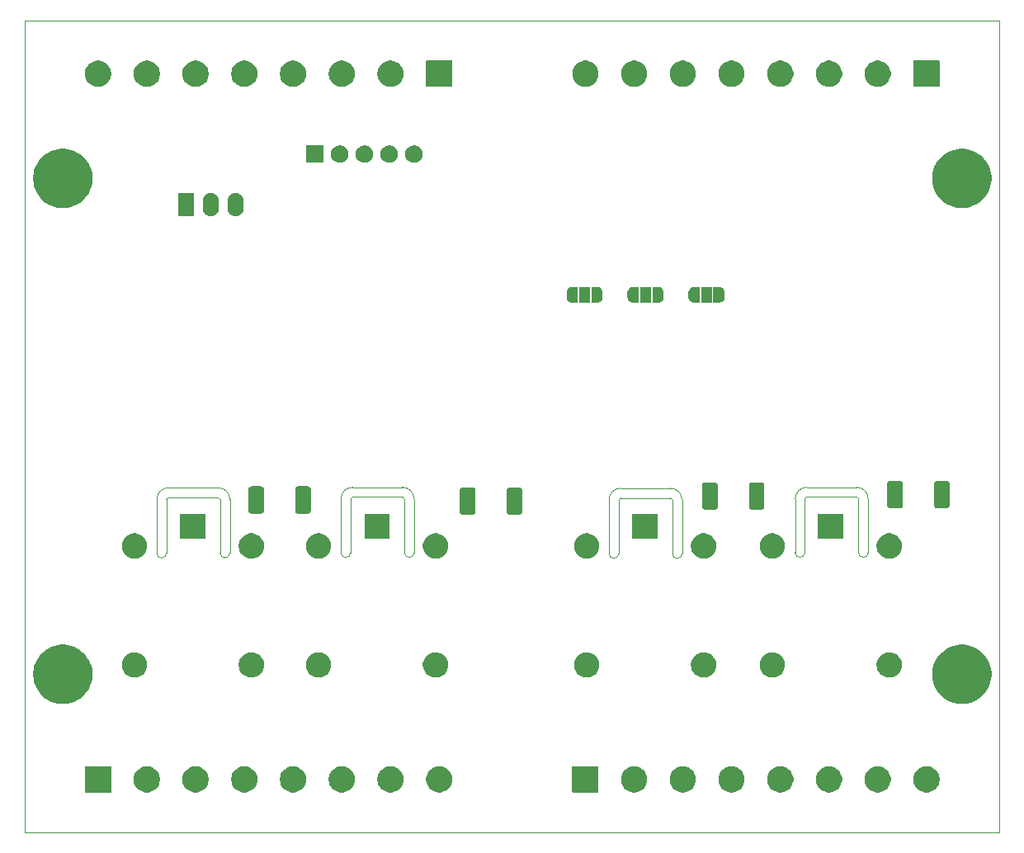
<source format=gbr>
%TF.GenerationSoftware,KiCad,Pcbnew,9.0.3*%
%TF.CreationDate,2025-10-06T20:13:02+02:00*%
%TF.ProjectId,esp32_blinds_controller,65737033-325f-4626-9c69-6e64735f636f,V0.3*%
%TF.SameCoordinates,Original*%
%TF.FileFunction,Soldermask,Bot*%
%TF.FilePolarity,Negative*%
%FSLAX46Y46*%
G04 Gerber Fmt 4.6, Leading zero omitted, Abs format (unit mm)*
G04 Created by KiCad (PCBNEW 9.0.3) date 2025-10-06 20:13:02*
%MOMM*%
%LPD*%
G01*
G04 APERTURE LIST*
%TA.AperFunction,Profile*%
%ADD10C,0.050000*%
%TD*%
%TA.AperFunction,Profile*%
%ADD11C,0.120000*%
%TD*%
G04 APERTURE END LIST*
G36*
X109994517Y-132232882D02*
G01*
X110011062Y-132243938D01*
X110022118Y-132260483D01*
X110026000Y-132280000D01*
X110026000Y-134880000D01*
X110022118Y-134899517D01*
X110011062Y-134916062D01*
X109994517Y-134927118D01*
X109975000Y-134931000D01*
X107375000Y-134931000D01*
X107355483Y-134927118D01*
X107338938Y-134916062D01*
X107327882Y-134899517D01*
X107324000Y-134880000D01*
X107324000Y-132280000D01*
X107327882Y-132260483D01*
X107338938Y-132243938D01*
X107355483Y-132232882D01*
X107375000Y-132229000D01*
X109975000Y-132229000D01*
X109994517Y-132232882D01*
G37*
G36*
X159994517Y-132232882D02*
G01*
X160011062Y-132243938D01*
X160022118Y-132260483D01*
X160026000Y-132280000D01*
X160026000Y-134880000D01*
X160022118Y-134899517D01*
X160011062Y-134916062D01*
X159994517Y-134927118D01*
X159975000Y-134931000D01*
X157375000Y-134931000D01*
X157355483Y-134927118D01*
X157338938Y-134916062D01*
X157327882Y-134899517D01*
X157324000Y-134880000D01*
X157324000Y-132280000D01*
X157327882Y-132260483D01*
X157338938Y-132243938D01*
X157355483Y-132232882D01*
X157375000Y-132229000D01*
X159975000Y-132229000D01*
X159994517Y-132232882D01*
G37*
G36*
X113990385Y-132266328D02*
G01*
X114192005Y-132331839D01*
X114380896Y-132428083D01*
X114552404Y-132552692D01*
X114702308Y-132702596D01*
X114826917Y-132874104D01*
X114923161Y-133062995D01*
X114988672Y-133264615D01*
X115021835Y-133474002D01*
X115021835Y-133685998D01*
X114988672Y-133895385D01*
X114923161Y-134097005D01*
X114826917Y-134285896D01*
X114702308Y-134457404D01*
X114552404Y-134607308D01*
X114380896Y-134731917D01*
X114192005Y-134828161D01*
X113990385Y-134893672D01*
X113780998Y-134926835D01*
X113569002Y-134926835D01*
X113359615Y-134893672D01*
X113157995Y-134828161D01*
X112969104Y-134731917D01*
X112797596Y-134607308D01*
X112647692Y-134457404D01*
X112523083Y-134285896D01*
X112426839Y-134097005D01*
X112361328Y-133895385D01*
X112328165Y-133685998D01*
X112328165Y-133474002D01*
X112361328Y-133264615D01*
X112426839Y-133062995D01*
X112523083Y-132874104D01*
X112647692Y-132702596D01*
X112797596Y-132552692D01*
X112969104Y-132428083D01*
X113157995Y-132331839D01*
X113359615Y-132266328D01*
X113569002Y-132233165D01*
X113780998Y-132233165D01*
X113990385Y-132266328D01*
G37*
G36*
X118990385Y-132266328D02*
G01*
X119192005Y-132331839D01*
X119380896Y-132428083D01*
X119552404Y-132552692D01*
X119702308Y-132702596D01*
X119826917Y-132874104D01*
X119923161Y-133062995D01*
X119988672Y-133264615D01*
X120021835Y-133474002D01*
X120021835Y-133685998D01*
X119988672Y-133895385D01*
X119923161Y-134097005D01*
X119826917Y-134285896D01*
X119702308Y-134457404D01*
X119552404Y-134607308D01*
X119380896Y-134731917D01*
X119192005Y-134828161D01*
X118990385Y-134893672D01*
X118780998Y-134926835D01*
X118569002Y-134926835D01*
X118359615Y-134893672D01*
X118157995Y-134828161D01*
X117969104Y-134731917D01*
X117797596Y-134607308D01*
X117647692Y-134457404D01*
X117523083Y-134285896D01*
X117426839Y-134097005D01*
X117361328Y-133895385D01*
X117328165Y-133685998D01*
X117328165Y-133474002D01*
X117361328Y-133264615D01*
X117426839Y-133062995D01*
X117523083Y-132874104D01*
X117647692Y-132702596D01*
X117797596Y-132552692D01*
X117969104Y-132428083D01*
X118157995Y-132331839D01*
X118359615Y-132266328D01*
X118569002Y-132233165D01*
X118780998Y-132233165D01*
X118990385Y-132266328D01*
G37*
G36*
X123990385Y-132266328D02*
G01*
X124192005Y-132331839D01*
X124380896Y-132428083D01*
X124552404Y-132552692D01*
X124702308Y-132702596D01*
X124826917Y-132874104D01*
X124923161Y-133062995D01*
X124988672Y-133264615D01*
X125021835Y-133474002D01*
X125021835Y-133685998D01*
X124988672Y-133895385D01*
X124923161Y-134097005D01*
X124826917Y-134285896D01*
X124702308Y-134457404D01*
X124552404Y-134607308D01*
X124380896Y-134731917D01*
X124192005Y-134828161D01*
X123990385Y-134893672D01*
X123780998Y-134926835D01*
X123569002Y-134926835D01*
X123359615Y-134893672D01*
X123157995Y-134828161D01*
X122969104Y-134731917D01*
X122797596Y-134607308D01*
X122647692Y-134457404D01*
X122523083Y-134285896D01*
X122426839Y-134097005D01*
X122361328Y-133895385D01*
X122328165Y-133685998D01*
X122328165Y-133474002D01*
X122361328Y-133264615D01*
X122426839Y-133062995D01*
X122523083Y-132874104D01*
X122647692Y-132702596D01*
X122797596Y-132552692D01*
X122969104Y-132428083D01*
X123157995Y-132331839D01*
X123359615Y-132266328D01*
X123569002Y-132233165D01*
X123780998Y-132233165D01*
X123990385Y-132266328D01*
G37*
G36*
X128990385Y-132266328D02*
G01*
X129192005Y-132331839D01*
X129380896Y-132428083D01*
X129552404Y-132552692D01*
X129702308Y-132702596D01*
X129826917Y-132874104D01*
X129923161Y-133062995D01*
X129988672Y-133264615D01*
X130021835Y-133474002D01*
X130021835Y-133685998D01*
X129988672Y-133895385D01*
X129923161Y-134097005D01*
X129826917Y-134285896D01*
X129702308Y-134457404D01*
X129552404Y-134607308D01*
X129380896Y-134731917D01*
X129192005Y-134828161D01*
X128990385Y-134893672D01*
X128780998Y-134926835D01*
X128569002Y-134926835D01*
X128359615Y-134893672D01*
X128157995Y-134828161D01*
X127969104Y-134731917D01*
X127797596Y-134607308D01*
X127647692Y-134457404D01*
X127523083Y-134285896D01*
X127426839Y-134097005D01*
X127361328Y-133895385D01*
X127328165Y-133685998D01*
X127328165Y-133474002D01*
X127361328Y-133264615D01*
X127426839Y-133062995D01*
X127523083Y-132874104D01*
X127647692Y-132702596D01*
X127797596Y-132552692D01*
X127969104Y-132428083D01*
X128157995Y-132331839D01*
X128359615Y-132266328D01*
X128569002Y-132233165D01*
X128780998Y-132233165D01*
X128990385Y-132266328D01*
G37*
G36*
X133990385Y-132266328D02*
G01*
X134192005Y-132331839D01*
X134380896Y-132428083D01*
X134552404Y-132552692D01*
X134702308Y-132702596D01*
X134826917Y-132874104D01*
X134923161Y-133062995D01*
X134988672Y-133264615D01*
X135021835Y-133474002D01*
X135021835Y-133685998D01*
X134988672Y-133895385D01*
X134923161Y-134097005D01*
X134826917Y-134285896D01*
X134702308Y-134457404D01*
X134552404Y-134607308D01*
X134380896Y-134731917D01*
X134192005Y-134828161D01*
X133990385Y-134893672D01*
X133780998Y-134926835D01*
X133569002Y-134926835D01*
X133359615Y-134893672D01*
X133157995Y-134828161D01*
X132969104Y-134731917D01*
X132797596Y-134607308D01*
X132647692Y-134457404D01*
X132523083Y-134285896D01*
X132426839Y-134097005D01*
X132361328Y-133895385D01*
X132328165Y-133685998D01*
X132328165Y-133474002D01*
X132361328Y-133264615D01*
X132426839Y-133062995D01*
X132523083Y-132874104D01*
X132647692Y-132702596D01*
X132797596Y-132552692D01*
X132969104Y-132428083D01*
X133157995Y-132331839D01*
X133359615Y-132266328D01*
X133569002Y-132233165D01*
X133780998Y-132233165D01*
X133990385Y-132266328D01*
G37*
G36*
X138990385Y-132266328D02*
G01*
X139192005Y-132331839D01*
X139380896Y-132428083D01*
X139552404Y-132552692D01*
X139702308Y-132702596D01*
X139826917Y-132874104D01*
X139923161Y-133062995D01*
X139988672Y-133264615D01*
X140021835Y-133474002D01*
X140021835Y-133685998D01*
X139988672Y-133895385D01*
X139923161Y-134097005D01*
X139826917Y-134285896D01*
X139702308Y-134457404D01*
X139552404Y-134607308D01*
X139380896Y-134731917D01*
X139192005Y-134828161D01*
X138990385Y-134893672D01*
X138780998Y-134926835D01*
X138569002Y-134926835D01*
X138359615Y-134893672D01*
X138157995Y-134828161D01*
X137969104Y-134731917D01*
X137797596Y-134607308D01*
X137647692Y-134457404D01*
X137523083Y-134285896D01*
X137426839Y-134097005D01*
X137361328Y-133895385D01*
X137328165Y-133685998D01*
X137328165Y-133474002D01*
X137361328Y-133264615D01*
X137426839Y-133062995D01*
X137523083Y-132874104D01*
X137647692Y-132702596D01*
X137797596Y-132552692D01*
X137969104Y-132428083D01*
X138157995Y-132331839D01*
X138359615Y-132266328D01*
X138569002Y-132233165D01*
X138780998Y-132233165D01*
X138990385Y-132266328D01*
G37*
G36*
X143990385Y-132266328D02*
G01*
X144192005Y-132331839D01*
X144380896Y-132428083D01*
X144552404Y-132552692D01*
X144702308Y-132702596D01*
X144826917Y-132874104D01*
X144923161Y-133062995D01*
X144988672Y-133264615D01*
X145021835Y-133474002D01*
X145021835Y-133685998D01*
X144988672Y-133895385D01*
X144923161Y-134097005D01*
X144826917Y-134285896D01*
X144702308Y-134457404D01*
X144552404Y-134607308D01*
X144380896Y-134731917D01*
X144192005Y-134828161D01*
X143990385Y-134893672D01*
X143780998Y-134926835D01*
X143569002Y-134926835D01*
X143359615Y-134893672D01*
X143157995Y-134828161D01*
X142969104Y-134731917D01*
X142797596Y-134607308D01*
X142647692Y-134457404D01*
X142523083Y-134285896D01*
X142426839Y-134097005D01*
X142361328Y-133895385D01*
X142328165Y-133685998D01*
X142328165Y-133474002D01*
X142361328Y-133264615D01*
X142426839Y-133062995D01*
X142523083Y-132874104D01*
X142647692Y-132702596D01*
X142797596Y-132552692D01*
X142969104Y-132428083D01*
X143157995Y-132331839D01*
X143359615Y-132266328D01*
X143569002Y-132233165D01*
X143780998Y-132233165D01*
X143990385Y-132266328D01*
G37*
G36*
X163990385Y-132266328D02*
G01*
X164192005Y-132331839D01*
X164380896Y-132428083D01*
X164552404Y-132552692D01*
X164702308Y-132702596D01*
X164826917Y-132874104D01*
X164923161Y-133062995D01*
X164988672Y-133264615D01*
X165021835Y-133474002D01*
X165021835Y-133685998D01*
X164988672Y-133895385D01*
X164923161Y-134097005D01*
X164826917Y-134285896D01*
X164702308Y-134457404D01*
X164552404Y-134607308D01*
X164380896Y-134731917D01*
X164192005Y-134828161D01*
X163990385Y-134893672D01*
X163780998Y-134926835D01*
X163569002Y-134926835D01*
X163359615Y-134893672D01*
X163157995Y-134828161D01*
X162969104Y-134731917D01*
X162797596Y-134607308D01*
X162647692Y-134457404D01*
X162523083Y-134285896D01*
X162426839Y-134097005D01*
X162361328Y-133895385D01*
X162328165Y-133685998D01*
X162328165Y-133474002D01*
X162361328Y-133264615D01*
X162426839Y-133062995D01*
X162523083Y-132874104D01*
X162647692Y-132702596D01*
X162797596Y-132552692D01*
X162969104Y-132428083D01*
X163157995Y-132331839D01*
X163359615Y-132266328D01*
X163569002Y-132233165D01*
X163780998Y-132233165D01*
X163990385Y-132266328D01*
G37*
G36*
X168990385Y-132266328D02*
G01*
X169192005Y-132331839D01*
X169380896Y-132428083D01*
X169552404Y-132552692D01*
X169702308Y-132702596D01*
X169826917Y-132874104D01*
X169923161Y-133062995D01*
X169988672Y-133264615D01*
X170021835Y-133474002D01*
X170021835Y-133685998D01*
X169988672Y-133895385D01*
X169923161Y-134097005D01*
X169826917Y-134285896D01*
X169702308Y-134457404D01*
X169552404Y-134607308D01*
X169380896Y-134731917D01*
X169192005Y-134828161D01*
X168990385Y-134893672D01*
X168780998Y-134926835D01*
X168569002Y-134926835D01*
X168359615Y-134893672D01*
X168157995Y-134828161D01*
X167969104Y-134731917D01*
X167797596Y-134607308D01*
X167647692Y-134457404D01*
X167523083Y-134285896D01*
X167426839Y-134097005D01*
X167361328Y-133895385D01*
X167328165Y-133685998D01*
X167328165Y-133474002D01*
X167361328Y-133264615D01*
X167426839Y-133062995D01*
X167523083Y-132874104D01*
X167647692Y-132702596D01*
X167797596Y-132552692D01*
X167969104Y-132428083D01*
X168157995Y-132331839D01*
X168359615Y-132266328D01*
X168569002Y-132233165D01*
X168780998Y-132233165D01*
X168990385Y-132266328D01*
G37*
G36*
X173990385Y-132266328D02*
G01*
X174192005Y-132331839D01*
X174380896Y-132428083D01*
X174552404Y-132552692D01*
X174702308Y-132702596D01*
X174826917Y-132874104D01*
X174923161Y-133062995D01*
X174988672Y-133264615D01*
X175021835Y-133474002D01*
X175021835Y-133685998D01*
X174988672Y-133895385D01*
X174923161Y-134097005D01*
X174826917Y-134285896D01*
X174702308Y-134457404D01*
X174552404Y-134607308D01*
X174380896Y-134731917D01*
X174192005Y-134828161D01*
X173990385Y-134893672D01*
X173780998Y-134926835D01*
X173569002Y-134926835D01*
X173359615Y-134893672D01*
X173157995Y-134828161D01*
X172969104Y-134731917D01*
X172797596Y-134607308D01*
X172647692Y-134457404D01*
X172523083Y-134285896D01*
X172426839Y-134097005D01*
X172361328Y-133895385D01*
X172328165Y-133685998D01*
X172328165Y-133474002D01*
X172361328Y-133264615D01*
X172426839Y-133062995D01*
X172523083Y-132874104D01*
X172647692Y-132702596D01*
X172797596Y-132552692D01*
X172969104Y-132428083D01*
X173157995Y-132331839D01*
X173359615Y-132266328D01*
X173569002Y-132233165D01*
X173780998Y-132233165D01*
X173990385Y-132266328D01*
G37*
G36*
X178990385Y-132266328D02*
G01*
X179192005Y-132331839D01*
X179380896Y-132428083D01*
X179552404Y-132552692D01*
X179702308Y-132702596D01*
X179826917Y-132874104D01*
X179923161Y-133062995D01*
X179988672Y-133264615D01*
X180021835Y-133474002D01*
X180021835Y-133685998D01*
X179988672Y-133895385D01*
X179923161Y-134097005D01*
X179826917Y-134285896D01*
X179702308Y-134457404D01*
X179552404Y-134607308D01*
X179380896Y-134731917D01*
X179192005Y-134828161D01*
X178990385Y-134893672D01*
X178780998Y-134926835D01*
X178569002Y-134926835D01*
X178359615Y-134893672D01*
X178157995Y-134828161D01*
X177969104Y-134731917D01*
X177797596Y-134607308D01*
X177647692Y-134457404D01*
X177523083Y-134285896D01*
X177426839Y-134097005D01*
X177361328Y-133895385D01*
X177328165Y-133685998D01*
X177328165Y-133474002D01*
X177361328Y-133264615D01*
X177426839Y-133062995D01*
X177523083Y-132874104D01*
X177647692Y-132702596D01*
X177797596Y-132552692D01*
X177969104Y-132428083D01*
X178157995Y-132331839D01*
X178359615Y-132266328D01*
X178569002Y-132233165D01*
X178780998Y-132233165D01*
X178990385Y-132266328D01*
G37*
G36*
X183990385Y-132266328D02*
G01*
X184192005Y-132331839D01*
X184380896Y-132428083D01*
X184552404Y-132552692D01*
X184702308Y-132702596D01*
X184826917Y-132874104D01*
X184923161Y-133062995D01*
X184988672Y-133264615D01*
X185021835Y-133474002D01*
X185021835Y-133685998D01*
X184988672Y-133895385D01*
X184923161Y-134097005D01*
X184826917Y-134285896D01*
X184702308Y-134457404D01*
X184552404Y-134607308D01*
X184380896Y-134731917D01*
X184192005Y-134828161D01*
X183990385Y-134893672D01*
X183780998Y-134926835D01*
X183569002Y-134926835D01*
X183359615Y-134893672D01*
X183157995Y-134828161D01*
X182969104Y-134731917D01*
X182797596Y-134607308D01*
X182647692Y-134457404D01*
X182523083Y-134285896D01*
X182426839Y-134097005D01*
X182361328Y-133895385D01*
X182328165Y-133685998D01*
X182328165Y-133474002D01*
X182361328Y-133264615D01*
X182426839Y-133062995D01*
X182523083Y-132874104D01*
X182647692Y-132702596D01*
X182797596Y-132552692D01*
X182969104Y-132428083D01*
X183157995Y-132331839D01*
X183359615Y-132266328D01*
X183569002Y-132233165D01*
X183780998Y-132233165D01*
X183990385Y-132266328D01*
G37*
G36*
X188990385Y-132266328D02*
G01*
X189192005Y-132331839D01*
X189380896Y-132428083D01*
X189552404Y-132552692D01*
X189702308Y-132702596D01*
X189826917Y-132874104D01*
X189923161Y-133062995D01*
X189988672Y-133264615D01*
X190021835Y-133474002D01*
X190021835Y-133685998D01*
X189988672Y-133895385D01*
X189923161Y-134097005D01*
X189826917Y-134285896D01*
X189702308Y-134457404D01*
X189552404Y-134607308D01*
X189380896Y-134731917D01*
X189192005Y-134828161D01*
X188990385Y-134893672D01*
X188780998Y-134926835D01*
X188569002Y-134926835D01*
X188359615Y-134893672D01*
X188157995Y-134828161D01*
X187969104Y-134731917D01*
X187797596Y-134607308D01*
X187647692Y-134457404D01*
X187523083Y-134285896D01*
X187426839Y-134097005D01*
X187361328Y-133895385D01*
X187328165Y-133685998D01*
X187328165Y-133474002D01*
X187361328Y-133264615D01*
X187426839Y-133062995D01*
X187523083Y-132874104D01*
X187647692Y-132702596D01*
X187797596Y-132552692D01*
X187969104Y-132428083D01*
X188157995Y-132331839D01*
X188359615Y-132266328D01*
X188569002Y-132233165D01*
X188780998Y-132233165D01*
X188990385Y-132266328D01*
G37*
G36*
X193990385Y-132266328D02*
G01*
X194192005Y-132331839D01*
X194380896Y-132428083D01*
X194552404Y-132552692D01*
X194702308Y-132702596D01*
X194826917Y-132874104D01*
X194923161Y-133062995D01*
X194988672Y-133264615D01*
X195021835Y-133474002D01*
X195021835Y-133685998D01*
X194988672Y-133895385D01*
X194923161Y-134097005D01*
X194826917Y-134285896D01*
X194702308Y-134457404D01*
X194552404Y-134607308D01*
X194380896Y-134731917D01*
X194192005Y-134828161D01*
X193990385Y-134893672D01*
X193780998Y-134926835D01*
X193569002Y-134926835D01*
X193359615Y-134893672D01*
X193157995Y-134828161D01*
X192969104Y-134731917D01*
X192797596Y-134607308D01*
X192647692Y-134457404D01*
X192523083Y-134285896D01*
X192426839Y-134097005D01*
X192361328Y-133895385D01*
X192328165Y-133685998D01*
X192328165Y-133474002D01*
X192361328Y-133264615D01*
X192426839Y-133062995D01*
X192523083Y-132874104D01*
X192647692Y-132702596D01*
X192797596Y-132552692D01*
X192969104Y-132428083D01*
X193157995Y-132331839D01*
X193359615Y-132266328D01*
X193569002Y-132233165D01*
X193780998Y-132233165D01*
X193990385Y-132266328D01*
G37*
G36*
X105561061Y-119792108D02*
G01*
X105894625Y-119868241D01*
X106217567Y-119981244D01*
X106525826Y-120129693D01*
X106815526Y-120311724D01*
X107083023Y-120525046D01*
X107324954Y-120766977D01*
X107538276Y-121034474D01*
X107720307Y-121324174D01*
X107868756Y-121632433D01*
X107981759Y-121955375D01*
X108057892Y-122288939D01*
X108096200Y-122628929D01*
X108096200Y-122971071D01*
X108057892Y-123311061D01*
X107981759Y-123644625D01*
X107868756Y-123967567D01*
X107720307Y-124275826D01*
X107538276Y-124565526D01*
X107324954Y-124833023D01*
X107083023Y-125074954D01*
X106815526Y-125288276D01*
X106525826Y-125470307D01*
X106217567Y-125618756D01*
X105894625Y-125731759D01*
X105561061Y-125807892D01*
X105221071Y-125846200D01*
X104878929Y-125846200D01*
X104538939Y-125807892D01*
X104205375Y-125731759D01*
X103882433Y-125618756D01*
X103574174Y-125470307D01*
X103284474Y-125288276D01*
X103016977Y-125074954D01*
X102775046Y-124833023D01*
X102561724Y-124565526D01*
X102379693Y-124275826D01*
X102231244Y-123967567D01*
X102118241Y-123644625D01*
X102042108Y-123311061D01*
X102003800Y-122971071D01*
X102003800Y-122628929D01*
X102042108Y-122288939D01*
X102118241Y-121955375D01*
X102231244Y-121632433D01*
X102379693Y-121324174D01*
X102561724Y-121034474D01*
X102775046Y-120766977D01*
X103016977Y-120525046D01*
X103284474Y-120311724D01*
X103574174Y-120129693D01*
X103882433Y-119981244D01*
X104205375Y-119868241D01*
X104538939Y-119792108D01*
X104878929Y-119753800D01*
X105221071Y-119753800D01*
X105561061Y-119792108D01*
G37*
G36*
X197811061Y-119792108D02*
G01*
X198144625Y-119868241D01*
X198467567Y-119981244D01*
X198775826Y-120129693D01*
X199065526Y-120311724D01*
X199333023Y-120525046D01*
X199574954Y-120766977D01*
X199788276Y-121034474D01*
X199970307Y-121324174D01*
X200118756Y-121632433D01*
X200231759Y-121955375D01*
X200307892Y-122288939D01*
X200346200Y-122628929D01*
X200346200Y-122971071D01*
X200307892Y-123311061D01*
X200231759Y-123644625D01*
X200118756Y-123967567D01*
X199970307Y-124275826D01*
X199788276Y-124565526D01*
X199574954Y-124833023D01*
X199333023Y-125074954D01*
X199065526Y-125288276D01*
X198775826Y-125470307D01*
X198467567Y-125618756D01*
X198144625Y-125731759D01*
X197811061Y-125807892D01*
X197471071Y-125846200D01*
X197128929Y-125846200D01*
X196788939Y-125807892D01*
X196455375Y-125731759D01*
X196132433Y-125618756D01*
X195824174Y-125470307D01*
X195534474Y-125288276D01*
X195266977Y-125074954D01*
X195025046Y-124833023D01*
X194811724Y-124565526D01*
X194629693Y-124275826D01*
X194481244Y-123967567D01*
X194368241Y-123644625D01*
X194292108Y-123311061D01*
X194253800Y-122971071D01*
X194253800Y-122628929D01*
X194292108Y-122288939D01*
X194368241Y-121955375D01*
X194481244Y-121632433D01*
X194629693Y-121324174D01*
X194811724Y-121034474D01*
X195025046Y-120766977D01*
X195266977Y-120525046D01*
X195534474Y-120311724D01*
X195824174Y-120129693D01*
X196132433Y-119981244D01*
X196455375Y-119868241D01*
X196788939Y-119792108D01*
X197128929Y-119753800D01*
X197471071Y-119753800D01*
X197811061Y-119792108D01*
G37*
G36*
X112703712Y-120557447D02*
G01*
X112897871Y-120620533D01*
X113079771Y-120713215D01*
X113244932Y-120833212D01*
X113389288Y-120977568D01*
X113509285Y-121142729D01*
X113601967Y-121324629D01*
X113665053Y-121518788D01*
X113696989Y-121720425D01*
X113696989Y-121924575D01*
X113665053Y-122126212D01*
X113601967Y-122320371D01*
X113509285Y-122502271D01*
X113389288Y-122667432D01*
X113244932Y-122811788D01*
X113079771Y-122931785D01*
X112897871Y-123024467D01*
X112703712Y-123087553D01*
X112502075Y-123119489D01*
X112297925Y-123119489D01*
X112096288Y-123087553D01*
X111902129Y-123024467D01*
X111720229Y-122931785D01*
X111555068Y-122811788D01*
X111410712Y-122667432D01*
X111290715Y-122502271D01*
X111198033Y-122320371D01*
X111134947Y-122126212D01*
X111103011Y-121924575D01*
X111103011Y-121720425D01*
X111134947Y-121518788D01*
X111198033Y-121324629D01*
X111290715Y-121142729D01*
X111410712Y-120977568D01*
X111555068Y-120833212D01*
X111720229Y-120713215D01*
X111902129Y-120620533D01*
X112096288Y-120557447D01*
X112297925Y-120525511D01*
X112502075Y-120525511D01*
X112703712Y-120557447D01*
G37*
G36*
X124703712Y-120557447D02*
G01*
X124897871Y-120620533D01*
X125079771Y-120713215D01*
X125244932Y-120833212D01*
X125389288Y-120977568D01*
X125509285Y-121142729D01*
X125601967Y-121324629D01*
X125665053Y-121518788D01*
X125696989Y-121720425D01*
X125696989Y-121924575D01*
X125665053Y-122126212D01*
X125601967Y-122320371D01*
X125509285Y-122502271D01*
X125389288Y-122667432D01*
X125244932Y-122811788D01*
X125079771Y-122931785D01*
X124897871Y-123024467D01*
X124703712Y-123087553D01*
X124502075Y-123119489D01*
X124297925Y-123119489D01*
X124096288Y-123087553D01*
X123902129Y-123024467D01*
X123720229Y-122931785D01*
X123555068Y-122811788D01*
X123410712Y-122667432D01*
X123290715Y-122502271D01*
X123198033Y-122320371D01*
X123134947Y-122126212D01*
X123103011Y-121924575D01*
X123103011Y-121720425D01*
X123134947Y-121518788D01*
X123198033Y-121324629D01*
X123290715Y-121142729D01*
X123410712Y-120977568D01*
X123555068Y-120833212D01*
X123720229Y-120713215D01*
X123902129Y-120620533D01*
X124096288Y-120557447D01*
X124297925Y-120525511D01*
X124502075Y-120525511D01*
X124703712Y-120557447D01*
G37*
G36*
X131603712Y-120557447D02*
G01*
X131797871Y-120620533D01*
X131979771Y-120713215D01*
X132144932Y-120833212D01*
X132289288Y-120977568D01*
X132409285Y-121142729D01*
X132501967Y-121324629D01*
X132565053Y-121518788D01*
X132596989Y-121720425D01*
X132596989Y-121924575D01*
X132565053Y-122126212D01*
X132501967Y-122320371D01*
X132409285Y-122502271D01*
X132289288Y-122667432D01*
X132144932Y-122811788D01*
X131979771Y-122931785D01*
X131797871Y-123024467D01*
X131603712Y-123087553D01*
X131402075Y-123119489D01*
X131197925Y-123119489D01*
X130996288Y-123087553D01*
X130802129Y-123024467D01*
X130620229Y-122931785D01*
X130455068Y-122811788D01*
X130310712Y-122667432D01*
X130190715Y-122502271D01*
X130098033Y-122320371D01*
X130034947Y-122126212D01*
X130003011Y-121924575D01*
X130003011Y-121720425D01*
X130034947Y-121518788D01*
X130098033Y-121324629D01*
X130190715Y-121142729D01*
X130310712Y-120977568D01*
X130455068Y-120833212D01*
X130620229Y-120713215D01*
X130802129Y-120620533D01*
X130996288Y-120557447D01*
X131197925Y-120525511D01*
X131402075Y-120525511D01*
X131603712Y-120557447D01*
G37*
G36*
X143603712Y-120557447D02*
G01*
X143797871Y-120620533D01*
X143979771Y-120713215D01*
X144144932Y-120833212D01*
X144289288Y-120977568D01*
X144409285Y-121142729D01*
X144501967Y-121324629D01*
X144565053Y-121518788D01*
X144596989Y-121720425D01*
X144596989Y-121924575D01*
X144565053Y-122126212D01*
X144501967Y-122320371D01*
X144409285Y-122502271D01*
X144289288Y-122667432D01*
X144144932Y-122811788D01*
X143979771Y-122931785D01*
X143797871Y-123024467D01*
X143603712Y-123087553D01*
X143402075Y-123119489D01*
X143197925Y-123119489D01*
X142996288Y-123087553D01*
X142802129Y-123024467D01*
X142620229Y-122931785D01*
X142455068Y-122811788D01*
X142310712Y-122667432D01*
X142190715Y-122502271D01*
X142098033Y-122320371D01*
X142034947Y-122126212D01*
X142003011Y-121924575D01*
X142003011Y-121720425D01*
X142034947Y-121518788D01*
X142098033Y-121324629D01*
X142190715Y-121142729D01*
X142310712Y-120977568D01*
X142455068Y-120833212D01*
X142620229Y-120713215D01*
X142802129Y-120620533D01*
X142996288Y-120557447D01*
X143197925Y-120525511D01*
X143402075Y-120525511D01*
X143603712Y-120557447D01*
G37*
G36*
X159103712Y-120557447D02*
G01*
X159297871Y-120620533D01*
X159479771Y-120713215D01*
X159644932Y-120833212D01*
X159789288Y-120977568D01*
X159909285Y-121142729D01*
X160001967Y-121324629D01*
X160065053Y-121518788D01*
X160096989Y-121720425D01*
X160096989Y-121924575D01*
X160065053Y-122126212D01*
X160001967Y-122320371D01*
X159909285Y-122502271D01*
X159789288Y-122667432D01*
X159644932Y-122811788D01*
X159479771Y-122931785D01*
X159297871Y-123024467D01*
X159103712Y-123087553D01*
X158902075Y-123119489D01*
X158697925Y-123119489D01*
X158496288Y-123087553D01*
X158302129Y-123024467D01*
X158120229Y-122931785D01*
X157955068Y-122811788D01*
X157810712Y-122667432D01*
X157690715Y-122502271D01*
X157598033Y-122320371D01*
X157534947Y-122126212D01*
X157503011Y-121924575D01*
X157503011Y-121720425D01*
X157534947Y-121518788D01*
X157598033Y-121324629D01*
X157690715Y-121142729D01*
X157810712Y-120977568D01*
X157955068Y-120833212D01*
X158120229Y-120713215D01*
X158302129Y-120620533D01*
X158496288Y-120557447D01*
X158697925Y-120525511D01*
X158902075Y-120525511D01*
X159103712Y-120557447D01*
G37*
G36*
X171103712Y-120557447D02*
G01*
X171297871Y-120620533D01*
X171479771Y-120713215D01*
X171644932Y-120833212D01*
X171789288Y-120977568D01*
X171909285Y-121142729D01*
X172001967Y-121324629D01*
X172065053Y-121518788D01*
X172096989Y-121720425D01*
X172096989Y-121924575D01*
X172065053Y-122126212D01*
X172001967Y-122320371D01*
X171909285Y-122502271D01*
X171789288Y-122667432D01*
X171644932Y-122811788D01*
X171479771Y-122931785D01*
X171297871Y-123024467D01*
X171103712Y-123087553D01*
X170902075Y-123119489D01*
X170697925Y-123119489D01*
X170496288Y-123087553D01*
X170302129Y-123024467D01*
X170120229Y-122931785D01*
X169955068Y-122811788D01*
X169810712Y-122667432D01*
X169690715Y-122502271D01*
X169598033Y-122320371D01*
X169534947Y-122126212D01*
X169503011Y-121924575D01*
X169503011Y-121720425D01*
X169534947Y-121518788D01*
X169598033Y-121324629D01*
X169690715Y-121142729D01*
X169810712Y-120977568D01*
X169955068Y-120833212D01*
X170120229Y-120713215D01*
X170302129Y-120620533D01*
X170496288Y-120557447D01*
X170697925Y-120525511D01*
X170902075Y-120525511D01*
X171103712Y-120557447D01*
G37*
G36*
X178153712Y-120557447D02*
G01*
X178347871Y-120620533D01*
X178529771Y-120713215D01*
X178694932Y-120833212D01*
X178839288Y-120977568D01*
X178959285Y-121142729D01*
X179051967Y-121324629D01*
X179115053Y-121518788D01*
X179146989Y-121720425D01*
X179146989Y-121924575D01*
X179115053Y-122126212D01*
X179051967Y-122320371D01*
X178959285Y-122502271D01*
X178839288Y-122667432D01*
X178694932Y-122811788D01*
X178529771Y-122931785D01*
X178347871Y-123024467D01*
X178153712Y-123087553D01*
X177952075Y-123119489D01*
X177747925Y-123119489D01*
X177546288Y-123087553D01*
X177352129Y-123024467D01*
X177170229Y-122931785D01*
X177005068Y-122811788D01*
X176860712Y-122667432D01*
X176740715Y-122502271D01*
X176648033Y-122320371D01*
X176584947Y-122126212D01*
X176553011Y-121924575D01*
X176553011Y-121720425D01*
X176584947Y-121518788D01*
X176648033Y-121324629D01*
X176740715Y-121142729D01*
X176860712Y-120977568D01*
X177005068Y-120833212D01*
X177170229Y-120713215D01*
X177352129Y-120620533D01*
X177546288Y-120557447D01*
X177747925Y-120525511D01*
X177952075Y-120525511D01*
X178153712Y-120557447D01*
G37*
G36*
X190153712Y-120557447D02*
G01*
X190347871Y-120620533D01*
X190529771Y-120713215D01*
X190694932Y-120833212D01*
X190839288Y-120977568D01*
X190959285Y-121142729D01*
X191051967Y-121324629D01*
X191115053Y-121518788D01*
X191146989Y-121720425D01*
X191146989Y-121924575D01*
X191115053Y-122126212D01*
X191051967Y-122320371D01*
X190959285Y-122502271D01*
X190839288Y-122667432D01*
X190694932Y-122811788D01*
X190529771Y-122931785D01*
X190347871Y-123024467D01*
X190153712Y-123087553D01*
X189952075Y-123119489D01*
X189747925Y-123119489D01*
X189546288Y-123087553D01*
X189352129Y-123024467D01*
X189170229Y-122931785D01*
X189005068Y-122811788D01*
X188860712Y-122667432D01*
X188740715Y-122502271D01*
X188648033Y-122320371D01*
X188584947Y-122126212D01*
X188553011Y-121924575D01*
X188553011Y-121720425D01*
X188584947Y-121518788D01*
X188648033Y-121324629D01*
X188740715Y-121142729D01*
X188860712Y-120977568D01*
X189005068Y-120833212D01*
X189170229Y-120713215D01*
X189352129Y-120620533D01*
X189546288Y-120557447D01*
X189747925Y-120525511D01*
X189952075Y-120525511D01*
X190153712Y-120557447D01*
G37*
G36*
X112703712Y-108357447D02*
G01*
X112897871Y-108420533D01*
X113079771Y-108513215D01*
X113244932Y-108633212D01*
X113389288Y-108777568D01*
X113509285Y-108942729D01*
X113601967Y-109124629D01*
X113665053Y-109318788D01*
X113696989Y-109520425D01*
X113696989Y-109724575D01*
X113665053Y-109926212D01*
X113601967Y-110120371D01*
X113509285Y-110302271D01*
X113389288Y-110467432D01*
X113244932Y-110611788D01*
X113079771Y-110731785D01*
X112897871Y-110824467D01*
X112703712Y-110887553D01*
X112502075Y-110919489D01*
X112297925Y-110919489D01*
X112096288Y-110887553D01*
X111902129Y-110824467D01*
X111720229Y-110731785D01*
X111555068Y-110611788D01*
X111410712Y-110467432D01*
X111290715Y-110302271D01*
X111198033Y-110120371D01*
X111134947Y-109926212D01*
X111103011Y-109724575D01*
X111103011Y-109520425D01*
X111134947Y-109318788D01*
X111198033Y-109124629D01*
X111290715Y-108942729D01*
X111410712Y-108777568D01*
X111555068Y-108633212D01*
X111720229Y-108513215D01*
X111902129Y-108420533D01*
X112096288Y-108357447D01*
X112297925Y-108325511D01*
X112502075Y-108325511D01*
X112703712Y-108357447D01*
G37*
G36*
X124703712Y-108357447D02*
G01*
X124897871Y-108420533D01*
X125079771Y-108513215D01*
X125244932Y-108633212D01*
X125389288Y-108777568D01*
X125509285Y-108942729D01*
X125601967Y-109124629D01*
X125665053Y-109318788D01*
X125696989Y-109520425D01*
X125696989Y-109724575D01*
X125665053Y-109926212D01*
X125601967Y-110120371D01*
X125509285Y-110302271D01*
X125389288Y-110467432D01*
X125244932Y-110611788D01*
X125079771Y-110731785D01*
X124897871Y-110824467D01*
X124703712Y-110887553D01*
X124502075Y-110919489D01*
X124297925Y-110919489D01*
X124096288Y-110887553D01*
X123902129Y-110824467D01*
X123720229Y-110731785D01*
X123555068Y-110611788D01*
X123410712Y-110467432D01*
X123290715Y-110302271D01*
X123198033Y-110120371D01*
X123134947Y-109926212D01*
X123103011Y-109724575D01*
X123103011Y-109520425D01*
X123134947Y-109318788D01*
X123198033Y-109124629D01*
X123290715Y-108942729D01*
X123410712Y-108777568D01*
X123555068Y-108633212D01*
X123720229Y-108513215D01*
X123902129Y-108420533D01*
X124096288Y-108357447D01*
X124297925Y-108325511D01*
X124502075Y-108325511D01*
X124703712Y-108357447D01*
G37*
G36*
X131603712Y-108357447D02*
G01*
X131797871Y-108420533D01*
X131979771Y-108513215D01*
X132144932Y-108633212D01*
X132289288Y-108777568D01*
X132409285Y-108942729D01*
X132501967Y-109124629D01*
X132565053Y-109318788D01*
X132596989Y-109520425D01*
X132596989Y-109724575D01*
X132565053Y-109926212D01*
X132501967Y-110120371D01*
X132409285Y-110302271D01*
X132289288Y-110467432D01*
X132144932Y-110611788D01*
X131979771Y-110731785D01*
X131797871Y-110824467D01*
X131603712Y-110887553D01*
X131402075Y-110919489D01*
X131197925Y-110919489D01*
X130996288Y-110887553D01*
X130802129Y-110824467D01*
X130620229Y-110731785D01*
X130455068Y-110611788D01*
X130310712Y-110467432D01*
X130190715Y-110302271D01*
X130098033Y-110120371D01*
X130034947Y-109926212D01*
X130003011Y-109724575D01*
X130003011Y-109520425D01*
X130034947Y-109318788D01*
X130098033Y-109124629D01*
X130190715Y-108942729D01*
X130310712Y-108777568D01*
X130455068Y-108633212D01*
X130620229Y-108513215D01*
X130802129Y-108420533D01*
X130996288Y-108357447D01*
X131197925Y-108325511D01*
X131402075Y-108325511D01*
X131603712Y-108357447D01*
G37*
G36*
X143603712Y-108357447D02*
G01*
X143797871Y-108420533D01*
X143979771Y-108513215D01*
X144144932Y-108633212D01*
X144289288Y-108777568D01*
X144409285Y-108942729D01*
X144501967Y-109124629D01*
X144565053Y-109318788D01*
X144596989Y-109520425D01*
X144596989Y-109724575D01*
X144565053Y-109926212D01*
X144501967Y-110120371D01*
X144409285Y-110302271D01*
X144289288Y-110467432D01*
X144144932Y-110611788D01*
X143979771Y-110731785D01*
X143797871Y-110824467D01*
X143603712Y-110887553D01*
X143402075Y-110919489D01*
X143197925Y-110919489D01*
X142996288Y-110887553D01*
X142802129Y-110824467D01*
X142620229Y-110731785D01*
X142455068Y-110611788D01*
X142310712Y-110467432D01*
X142190715Y-110302271D01*
X142098033Y-110120371D01*
X142034947Y-109926212D01*
X142003011Y-109724575D01*
X142003011Y-109520425D01*
X142034947Y-109318788D01*
X142098033Y-109124629D01*
X142190715Y-108942729D01*
X142310712Y-108777568D01*
X142455068Y-108633212D01*
X142620229Y-108513215D01*
X142802129Y-108420533D01*
X142996288Y-108357447D01*
X143197925Y-108325511D01*
X143402075Y-108325511D01*
X143603712Y-108357447D01*
G37*
G36*
X159103712Y-108357447D02*
G01*
X159297871Y-108420533D01*
X159479771Y-108513215D01*
X159644932Y-108633212D01*
X159789288Y-108777568D01*
X159909285Y-108942729D01*
X160001967Y-109124629D01*
X160065053Y-109318788D01*
X160096989Y-109520425D01*
X160096989Y-109724575D01*
X160065053Y-109926212D01*
X160001967Y-110120371D01*
X159909285Y-110302271D01*
X159789288Y-110467432D01*
X159644932Y-110611788D01*
X159479771Y-110731785D01*
X159297871Y-110824467D01*
X159103712Y-110887553D01*
X158902075Y-110919489D01*
X158697925Y-110919489D01*
X158496288Y-110887553D01*
X158302129Y-110824467D01*
X158120229Y-110731785D01*
X157955068Y-110611788D01*
X157810712Y-110467432D01*
X157690715Y-110302271D01*
X157598033Y-110120371D01*
X157534947Y-109926212D01*
X157503011Y-109724575D01*
X157503011Y-109520425D01*
X157534947Y-109318788D01*
X157598033Y-109124629D01*
X157690715Y-108942729D01*
X157810712Y-108777568D01*
X157955068Y-108633212D01*
X158120229Y-108513215D01*
X158302129Y-108420533D01*
X158496288Y-108357447D01*
X158697925Y-108325511D01*
X158902075Y-108325511D01*
X159103712Y-108357447D01*
G37*
G36*
X171103712Y-108357447D02*
G01*
X171297871Y-108420533D01*
X171479771Y-108513215D01*
X171644932Y-108633212D01*
X171789288Y-108777568D01*
X171909285Y-108942729D01*
X172001967Y-109124629D01*
X172065053Y-109318788D01*
X172096989Y-109520425D01*
X172096989Y-109724575D01*
X172065053Y-109926212D01*
X172001967Y-110120371D01*
X171909285Y-110302271D01*
X171789288Y-110467432D01*
X171644932Y-110611788D01*
X171479771Y-110731785D01*
X171297871Y-110824467D01*
X171103712Y-110887553D01*
X170902075Y-110919489D01*
X170697925Y-110919489D01*
X170496288Y-110887553D01*
X170302129Y-110824467D01*
X170120229Y-110731785D01*
X169955068Y-110611788D01*
X169810712Y-110467432D01*
X169690715Y-110302271D01*
X169598033Y-110120371D01*
X169534947Y-109926212D01*
X169503011Y-109724575D01*
X169503011Y-109520425D01*
X169534947Y-109318788D01*
X169598033Y-109124629D01*
X169690715Y-108942729D01*
X169810712Y-108777568D01*
X169955068Y-108633212D01*
X170120229Y-108513215D01*
X170302129Y-108420533D01*
X170496288Y-108357447D01*
X170697925Y-108325511D01*
X170902075Y-108325511D01*
X171103712Y-108357447D01*
G37*
G36*
X178153712Y-108357447D02*
G01*
X178347871Y-108420533D01*
X178529771Y-108513215D01*
X178694932Y-108633212D01*
X178839288Y-108777568D01*
X178959285Y-108942729D01*
X179051967Y-109124629D01*
X179115053Y-109318788D01*
X179146989Y-109520425D01*
X179146989Y-109724575D01*
X179115053Y-109926212D01*
X179051967Y-110120371D01*
X178959285Y-110302271D01*
X178839288Y-110467432D01*
X178694932Y-110611788D01*
X178529771Y-110731785D01*
X178347871Y-110824467D01*
X178153712Y-110887553D01*
X177952075Y-110919489D01*
X177747925Y-110919489D01*
X177546288Y-110887553D01*
X177352129Y-110824467D01*
X177170229Y-110731785D01*
X177005068Y-110611788D01*
X176860712Y-110467432D01*
X176740715Y-110302271D01*
X176648033Y-110120371D01*
X176584947Y-109926212D01*
X176553011Y-109724575D01*
X176553011Y-109520425D01*
X176584947Y-109318788D01*
X176648033Y-109124629D01*
X176740715Y-108942729D01*
X176860712Y-108777568D01*
X177005068Y-108633212D01*
X177170229Y-108513215D01*
X177352129Y-108420533D01*
X177546288Y-108357447D01*
X177747925Y-108325511D01*
X177952075Y-108325511D01*
X178153712Y-108357447D01*
G37*
G36*
X190153712Y-108357447D02*
G01*
X190347871Y-108420533D01*
X190529771Y-108513215D01*
X190694932Y-108633212D01*
X190839288Y-108777568D01*
X190959285Y-108942729D01*
X191051967Y-109124629D01*
X191115053Y-109318788D01*
X191146989Y-109520425D01*
X191146989Y-109724575D01*
X191115053Y-109926212D01*
X191051967Y-110120371D01*
X190959285Y-110302271D01*
X190839288Y-110467432D01*
X190694932Y-110611788D01*
X190529771Y-110731785D01*
X190347871Y-110824467D01*
X190153712Y-110887553D01*
X189952075Y-110919489D01*
X189747925Y-110919489D01*
X189546288Y-110887553D01*
X189352129Y-110824467D01*
X189170229Y-110731785D01*
X189005068Y-110611788D01*
X188860712Y-110467432D01*
X188740715Y-110302271D01*
X188648033Y-110120371D01*
X188584947Y-109926212D01*
X188553011Y-109724575D01*
X188553011Y-109520425D01*
X188584947Y-109318788D01*
X188648033Y-109124629D01*
X188740715Y-108942729D01*
X188860712Y-108777568D01*
X189005068Y-108633212D01*
X189170229Y-108513215D01*
X189352129Y-108420533D01*
X189546288Y-108357447D01*
X189747925Y-108325511D01*
X189952075Y-108325511D01*
X190153712Y-108357447D01*
G37*
G36*
X119669517Y-106325382D02*
G01*
X119686062Y-106336438D01*
X119697118Y-106352983D01*
X119701000Y-106372500D01*
X119701000Y-108872500D01*
X119697118Y-108892017D01*
X119686062Y-108908562D01*
X119669517Y-108919618D01*
X119650000Y-108923500D01*
X117150000Y-108923500D01*
X117130483Y-108919618D01*
X117113938Y-108908562D01*
X117102882Y-108892017D01*
X117099000Y-108872500D01*
X117099000Y-106372500D01*
X117102882Y-106352983D01*
X117113938Y-106336438D01*
X117130483Y-106325382D01*
X117150000Y-106321500D01*
X119650000Y-106321500D01*
X119669517Y-106325382D01*
G37*
G36*
X138569517Y-106325382D02*
G01*
X138586062Y-106336438D01*
X138597118Y-106352983D01*
X138601000Y-106372500D01*
X138601000Y-108872500D01*
X138597118Y-108892017D01*
X138586062Y-108908562D01*
X138569517Y-108919618D01*
X138550000Y-108923500D01*
X136050000Y-108923500D01*
X136030483Y-108919618D01*
X136013938Y-108908562D01*
X136002882Y-108892017D01*
X135999000Y-108872500D01*
X135999000Y-106372500D01*
X136002882Y-106352983D01*
X136013938Y-106336438D01*
X136030483Y-106325382D01*
X136050000Y-106321500D01*
X138550000Y-106321500D01*
X138569517Y-106325382D01*
G37*
G36*
X166069517Y-106325382D02*
G01*
X166086062Y-106336438D01*
X166097118Y-106352983D01*
X166101000Y-106372500D01*
X166101000Y-108872500D01*
X166097118Y-108892017D01*
X166086062Y-108908562D01*
X166069517Y-108919618D01*
X166050000Y-108923500D01*
X163550000Y-108923500D01*
X163530483Y-108919618D01*
X163513938Y-108908562D01*
X163502882Y-108892017D01*
X163499000Y-108872500D01*
X163499000Y-106372500D01*
X163502882Y-106352983D01*
X163513938Y-106336438D01*
X163530483Y-106325382D01*
X163550000Y-106321500D01*
X166050000Y-106321500D01*
X166069517Y-106325382D01*
G37*
G36*
X185119517Y-106325382D02*
G01*
X185136062Y-106336438D01*
X185147118Y-106352983D01*
X185151000Y-106372500D01*
X185151000Y-108872500D01*
X185147118Y-108892017D01*
X185136062Y-108908562D01*
X185119517Y-108919618D01*
X185100000Y-108923500D01*
X182600000Y-108923500D01*
X182580483Y-108919618D01*
X182563938Y-108908562D01*
X182552882Y-108892017D01*
X182549000Y-108872500D01*
X182549000Y-106372500D01*
X182552882Y-106352983D01*
X182563938Y-106336438D01*
X182580483Y-106325382D01*
X182600000Y-106321500D01*
X185100000Y-106321500D01*
X185119517Y-106325382D01*
G37*
G36*
X147168914Y-103606995D02*
G01*
X147177612Y-103610835D01*
X147185212Y-103611943D01*
X147232718Y-103635167D01*
X147270106Y-103651676D01*
X147273567Y-103655137D01*
X147274501Y-103655594D01*
X147344405Y-103725498D01*
X147344861Y-103726431D01*
X147348324Y-103729894D01*
X147364836Y-103767291D01*
X147388056Y-103814787D01*
X147389162Y-103822384D01*
X147393005Y-103831086D01*
X147401000Y-103900000D01*
X147401000Y-106100000D01*
X147393005Y-106168914D01*
X147389162Y-106177615D01*
X147388056Y-106185212D01*
X147364841Y-106232697D01*
X147348324Y-106270106D01*
X147344860Y-106273569D01*
X147344405Y-106274501D01*
X147274501Y-106344405D01*
X147273569Y-106344860D01*
X147270106Y-106348324D01*
X147232697Y-106364841D01*
X147185212Y-106388056D01*
X147177615Y-106389162D01*
X147168914Y-106393005D01*
X147100000Y-106401000D01*
X146100000Y-106401000D01*
X146031086Y-106393005D01*
X146022384Y-106389162D01*
X146014787Y-106388056D01*
X145967291Y-106364836D01*
X145929894Y-106348324D01*
X145926431Y-106344861D01*
X145925498Y-106344405D01*
X145855594Y-106274501D01*
X145855137Y-106273567D01*
X145851676Y-106270106D01*
X145835167Y-106232718D01*
X145811943Y-106185212D01*
X145810835Y-106177612D01*
X145806995Y-106168914D01*
X145799000Y-106100000D01*
X145799000Y-103900000D01*
X145806995Y-103831086D01*
X145810835Y-103822387D01*
X145811943Y-103814787D01*
X145835172Y-103767270D01*
X145851676Y-103729894D01*
X145855136Y-103726433D01*
X145855594Y-103725498D01*
X145925498Y-103655594D01*
X145926433Y-103655136D01*
X145929894Y-103651676D01*
X145967270Y-103635172D01*
X146014787Y-103611943D01*
X146022387Y-103610835D01*
X146031086Y-103606995D01*
X146100000Y-103599000D01*
X147100000Y-103599000D01*
X147168914Y-103606995D01*
G37*
G36*
X151968914Y-103606995D02*
G01*
X151977612Y-103610835D01*
X151985212Y-103611943D01*
X152032718Y-103635167D01*
X152070106Y-103651676D01*
X152073567Y-103655137D01*
X152074501Y-103655594D01*
X152144405Y-103725498D01*
X152144861Y-103726431D01*
X152148324Y-103729894D01*
X152164836Y-103767291D01*
X152188056Y-103814787D01*
X152189162Y-103822384D01*
X152193005Y-103831086D01*
X152201000Y-103900000D01*
X152201000Y-106100000D01*
X152193005Y-106168914D01*
X152189162Y-106177615D01*
X152188056Y-106185212D01*
X152164841Y-106232697D01*
X152148324Y-106270106D01*
X152144860Y-106273569D01*
X152144405Y-106274501D01*
X152074501Y-106344405D01*
X152073569Y-106344860D01*
X152070106Y-106348324D01*
X152032697Y-106364841D01*
X151985212Y-106388056D01*
X151977615Y-106389162D01*
X151968914Y-106393005D01*
X151900000Y-106401000D01*
X150900000Y-106401000D01*
X150831086Y-106393005D01*
X150822384Y-106389162D01*
X150814787Y-106388056D01*
X150767291Y-106364836D01*
X150729894Y-106348324D01*
X150726431Y-106344861D01*
X150725498Y-106344405D01*
X150655594Y-106274501D01*
X150655137Y-106273567D01*
X150651676Y-106270106D01*
X150635167Y-106232718D01*
X150611943Y-106185212D01*
X150610835Y-106177612D01*
X150606995Y-106168914D01*
X150599000Y-106100000D01*
X150599000Y-103900000D01*
X150606995Y-103831086D01*
X150610835Y-103822387D01*
X150611943Y-103814787D01*
X150635172Y-103767270D01*
X150651676Y-103729894D01*
X150655136Y-103726433D01*
X150655594Y-103725498D01*
X150725498Y-103655594D01*
X150726433Y-103655136D01*
X150729894Y-103651676D01*
X150767270Y-103635172D01*
X150814787Y-103611943D01*
X150822387Y-103610835D01*
X150831086Y-103606995D01*
X150900000Y-103599000D01*
X151900000Y-103599000D01*
X151968914Y-103606995D01*
G37*
G36*
X125468914Y-103506995D02*
G01*
X125477612Y-103510835D01*
X125485212Y-103511943D01*
X125532718Y-103535167D01*
X125570106Y-103551676D01*
X125573567Y-103555137D01*
X125574501Y-103555594D01*
X125644405Y-103625498D01*
X125644861Y-103626431D01*
X125648324Y-103629894D01*
X125664836Y-103667291D01*
X125688056Y-103714787D01*
X125689162Y-103722384D01*
X125693005Y-103731086D01*
X125701000Y-103800000D01*
X125701000Y-106000000D01*
X125693005Y-106068914D01*
X125689162Y-106077615D01*
X125688056Y-106085212D01*
X125664841Y-106132697D01*
X125648324Y-106170106D01*
X125644860Y-106173569D01*
X125644405Y-106174501D01*
X125574501Y-106244405D01*
X125573569Y-106244860D01*
X125570106Y-106248324D01*
X125532697Y-106264841D01*
X125485212Y-106288056D01*
X125477615Y-106289162D01*
X125468914Y-106293005D01*
X125400000Y-106301000D01*
X124400000Y-106301000D01*
X124331086Y-106293005D01*
X124322384Y-106289162D01*
X124314787Y-106288056D01*
X124267291Y-106264836D01*
X124229894Y-106248324D01*
X124226431Y-106244861D01*
X124225498Y-106244405D01*
X124155594Y-106174501D01*
X124155137Y-106173567D01*
X124151676Y-106170106D01*
X124135167Y-106132718D01*
X124111943Y-106085212D01*
X124110835Y-106077612D01*
X124106995Y-106068914D01*
X124099000Y-106000000D01*
X124099000Y-103800000D01*
X124106995Y-103731086D01*
X124110835Y-103722387D01*
X124111943Y-103714787D01*
X124135172Y-103667270D01*
X124151676Y-103629894D01*
X124155136Y-103626433D01*
X124155594Y-103625498D01*
X124225498Y-103555594D01*
X124226433Y-103555136D01*
X124229894Y-103551676D01*
X124267270Y-103535172D01*
X124314787Y-103511943D01*
X124322387Y-103510835D01*
X124331086Y-103506995D01*
X124400000Y-103499000D01*
X125400000Y-103499000D01*
X125468914Y-103506995D01*
G37*
G36*
X130268914Y-103506995D02*
G01*
X130277612Y-103510835D01*
X130285212Y-103511943D01*
X130332718Y-103535167D01*
X130370106Y-103551676D01*
X130373567Y-103555137D01*
X130374501Y-103555594D01*
X130444405Y-103625498D01*
X130444861Y-103626431D01*
X130448324Y-103629894D01*
X130464836Y-103667291D01*
X130488056Y-103714787D01*
X130489162Y-103722384D01*
X130493005Y-103731086D01*
X130501000Y-103800000D01*
X130501000Y-106000000D01*
X130493005Y-106068914D01*
X130489162Y-106077615D01*
X130488056Y-106085212D01*
X130464841Y-106132697D01*
X130448324Y-106170106D01*
X130444860Y-106173569D01*
X130444405Y-106174501D01*
X130374501Y-106244405D01*
X130373569Y-106244860D01*
X130370106Y-106248324D01*
X130332697Y-106264841D01*
X130285212Y-106288056D01*
X130277615Y-106289162D01*
X130268914Y-106293005D01*
X130200000Y-106301000D01*
X129200000Y-106301000D01*
X129131086Y-106293005D01*
X129122384Y-106289162D01*
X129114787Y-106288056D01*
X129067291Y-106264836D01*
X129029894Y-106248324D01*
X129026431Y-106244861D01*
X129025498Y-106244405D01*
X128955594Y-106174501D01*
X128955137Y-106173567D01*
X128951676Y-106170106D01*
X128935167Y-106132718D01*
X128911943Y-106085212D01*
X128910835Y-106077612D01*
X128906995Y-106068914D01*
X128899000Y-106000000D01*
X128899000Y-103800000D01*
X128906995Y-103731086D01*
X128910835Y-103722387D01*
X128911943Y-103714787D01*
X128935172Y-103667270D01*
X128951676Y-103629894D01*
X128955136Y-103626433D01*
X128955594Y-103625498D01*
X129025498Y-103555594D01*
X129026433Y-103555136D01*
X129029894Y-103551676D01*
X129067270Y-103535172D01*
X129114787Y-103511943D01*
X129122387Y-103510835D01*
X129131086Y-103506995D01*
X129200000Y-103499000D01*
X130200000Y-103499000D01*
X130268914Y-103506995D01*
G37*
G36*
X172018914Y-103106995D02*
G01*
X172027612Y-103110835D01*
X172035212Y-103111943D01*
X172082718Y-103135167D01*
X172120106Y-103151676D01*
X172123567Y-103155137D01*
X172124501Y-103155594D01*
X172194405Y-103225498D01*
X172194861Y-103226431D01*
X172198324Y-103229894D01*
X172214836Y-103267291D01*
X172238056Y-103314787D01*
X172239162Y-103322384D01*
X172243005Y-103331086D01*
X172251000Y-103400000D01*
X172251000Y-105600000D01*
X172243005Y-105668914D01*
X172239162Y-105677615D01*
X172238056Y-105685212D01*
X172214841Y-105732697D01*
X172198324Y-105770106D01*
X172194860Y-105773569D01*
X172194405Y-105774501D01*
X172124501Y-105844405D01*
X172123569Y-105844860D01*
X172120106Y-105848324D01*
X172082697Y-105864841D01*
X172035212Y-105888056D01*
X172027615Y-105889162D01*
X172018914Y-105893005D01*
X171950000Y-105901000D01*
X170950000Y-105901000D01*
X170881086Y-105893005D01*
X170872384Y-105889162D01*
X170864787Y-105888056D01*
X170817291Y-105864836D01*
X170779894Y-105848324D01*
X170776431Y-105844861D01*
X170775498Y-105844405D01*
X170705594Y-105774501D01*
X170705137Y-105773567D01*
X170701676Y-105770106D01*
X170685167Y-105732718D01*
X170661943Y-105685212D01*
X170660835Y-105677612D01*
X170656995Y-105668914D01*
X170649000Y-105600000D01*
X170649000Y-103400000D01*
X170656995Y-103331086D01*
X170660835Y-103322387D01*
X170661943Y-103314787D01*
X170685172Y-103267270D01*
X170701676Y-103229894D01*
X170705136Y-103226433D01*
X170705594Y-103225498D01*
X170775498Y-103155594D01*
X170776433Y-103155136D01*
X170779894Y-103151676D01*
X170817270Y-103135172D01*
X170864787Y-103111943D01*
X170872387Y-103110835D01*
X170881086Y-103106995D01*
X170950000Y-103099000D01*
X171950000Y-103099000D01*
X172018914Y-103106995D01*
G37*
G36*
X176818914Y-103106995D02*
G01*
X176827612Y-103110835D01*
X176835212Y-103111943D01*
X176882718Y-103135167D01*
X176920106Y-103151676D01*
X176923567Y-103155137D01*
X176924501Y-103155594D01*
X176994405Y-103225498D01*
X176994861Y-103226431D01*
X176998324Y-103229894D01*
X177014836Y-103267291D01*
X177038056Y-103314787D01*
X177039162Y-103322384D01*
X177043005Y-103331086D01*
X177051000Y-103400000D01*
X177051000Y-105600000D01*
X177043005Y-105668914D01*
X177039162Y-105677615D01*
X177038056Y-105685212D01*
X177014841Y-105732697D01*
X176998324Y-105770106D01*
X176994860Y-105773569D01*
X176994405Y-105774501D01*
X176924501Y-105844405D01*
X176923569Y-105844860D01*
X176920106Y-105848324D01*
X176882697Y-105864841D01*
X176835212Y-105888056D01*
X176827615Y-105889162D01*
X176818914Y-105893005D01*
X176750000Y-105901000D01*
X175750000Y-105901000D01*
X175681086Y-105893005D01*
X175672384Y-105889162D01*
X175664787Y-105888056D01*
X175617291Y-105864836D01*
X175579894Y-105848324D01*
X175576431Y-105844861D01*
X175575498Y-105844405D01*
X175505594Y-105774501D01*
X175505137Y-105773567D01*
X175501676Y-105770106D01*
X175485167Y-105732718D01*
X175461943Y-105685212D01*
X175460835Y-105677612D01*
X175456995Y-105668914D01*
X175449000Y-105600000D01*
X175449000Y-103400000D01*
X175456995Y-103331086D01*
X175460835Y-103322387D01*
X175461943Y-103314787D01*
X175485172Y-103267270D01*
X175501676Y-103229894D01*
X175505136Y-103226433D01*
X175505594Y-103225498D01*
X175575498Y-103155594D01*
X175576433Y-103155136D01*
X175579894Y-103151676D01*
X175617270Y-103135172D01*
X175664787Y-103111943D01*
X175672387Y-103110835D01*
X175681086Y-103106995D01*
X175750000Y-103099000D01*
X176750000Y-103099000D01*
X176818914Y-103106995D01*
G37*
G36*
X191018914Y-102956995D02*
G01*
X191027612Y-102960835D01*
X191035212Y-102961943D01*
X191082718Y-102985167D01*
X191120106Y-103001676D01*
X191123567Y-103005137D01*
X191124501Y-103005594D01*
X191194405Y-103075498D01*
X191194861Y-103076431D01*
X191198324Y-103079894D01*
X191214836Y-103117291D01*
X191238056Y-103164787D01*
X191239162Y-103172384D01*
X191243005Y-103181086D01*
X191251000Y-103250000D01*
X191251000Y-105450000D01*
X191243005Y-105518914D01*
X191239162Y-105527615D01*
X191238056Y-105535212D01*
X191214841Y-105582697D01*
X191198324Y-105620106D01*
X191194860Y-105623569D01*
X191194405Y-105624501D01*
X191124501Y-105694405D01*
X191123569Y-105694860D01*
X191120106Y-105698324D01*
X191082697Y-105714841D01*
X191035212Y-105738056D01*
X191027615Y-105739162D01*
X191018914Y-105743005D01*
X190950000Y-105751000D01*
X189950000Y-105751000D01*
X189881086Y-105743005D01*
X189872384Y-105739162D01*
X189864787Y-105738056D01*
X189817291Y-105714836D01*
X189779894Y-105698324D01*
X189776431Y-105694861D01*
X189775498Y-105694405D01*
X189705594Y-105624501D01*
X189705137Y-105623567D01*
X189701676Y-105620106D01*
X189685167Y-105582718D01*
X189661943Y-105535212D01*
X189660835Y-105527612D01*
X189656995Y-105518914D01*
X189649000Y-105450000D01*
X189649000Y-103250000D01*
X189656995Y-103181086D01*
X189660835Y-103172387D01*
X189661943Y-103164787D01*
X189685172Y-103117270D01*
X189701676Y-103079894D01*
X189705136Y-103076433D01*
X189705594Y-103075498D01*
X189775498Y-103005594D01*
X189776433Y-103005136D01*
X189779894Y-103001676D01*
X189817270Y-102985172D01*
X189864787Y-102961943D01*
X189872387Y-102960835D01*
X189881086Y-102956995D01*
X189950000Y-102949000D01*
X190950000Y-102949000D01*
X191018914Y-102956995D01*
G37*
G36*
X195818914Y-102956995D02*
G01*
X195827612Y-102960835D01*
X195835212Y-102961943D01*
X195882718Y-102985167D01*
X195920106Y-103001676D01*
X195923567Y-103005137D01*
X195924501Y-103005594D01*
X195994405Y-103075498D01*
X195994861Y-103076431D01*
X195998324Y-103079894D01*
X196014836Y-103117291D01*
X196038056Y-103164787D01*
X196039162Y-103172384D01*
X196043005Y-103181086D01*
X196051000Y-103250000D01*
X196051000Y-105450000D01*
X196043005Y-105518914D01*
X196039162Y-105527615D01*
X196038056Y-105535212D01*
X196014841Y-105582697D01*
X195998324Y-105620106D01*
X195994860Y-105623569D01*
X195994405Y-105624501D01*
X195924501Y-105694405D01*
X195923569Y-105694860D01*
X195920106Y-105698324D01*
X195882697Y-105714841D01*
X195835212Y-105738056D01*
X195827615Y-105739162D01*
X195818914Y-105743005D01*
X195750000Y-105751000D01*
X194750000Y-105751000D01*
X194681086Y-105743005D01*
X194672384Y-105739162D01*
X194664787Y-105738056D01*
X194617291Y-105714836D01*
X194579894Y-105698324D01*
X194576431Y-105694861D01*
X194575498Y-105694405D01*
X194505594Y-105624501D01*
X194505137Y-105623567D01*
X194501676Y-105620106D01*
X194485167Y-105582718D01*
X194461943Y-105535212D01*
X194460835Y-105527612D01*
X194456995Y-105518914D01*
X194449000Y-105450000D01*
X194449000Y-103250000D01*
X194456995Y-103181086D01*
X194460835Y-103172387D01*
X194461943Y-103164787D01*
X194485172Y-103117270D01*
X194501676Y-103079894D01*
X194505136Y-103076433D01*
X194505594Y-103075498D01*
X194575498Y-103005594D01*
X194576433Y-103005136D01*
X194579894Y-103001676D01*
X194617270Y-102985172D01*
X194664787Y-102961943D01*
X194672387Y-102960835D01*
X194681086Y-102956995D01*
X194750000Y-102949000D01*
X195750000Y-102949000D01*
X195818914Y-102956995D01*
G37*
G36*
X157878807Y-83055932D02*
G01*
X157881404Y-83056776D01*
X157881645Y-83057107D01*
X157889598Y-83060402D01*
X157896972Y-83078205D01*
X157903305Y-83086922D01*
X157904991Y-83097564D01*
X157906000Y-83100000D01*
X157906000Y-84600000D01*
X157894063Y-84628817D01*
X157893223Y-84631404D01*
X157892892Y-84631643D01*
X157889598Y-84639598D01*
X157871792Y-84646973D01*
X157863077Y-84653305D01*
X157852436Y-84654990D01*
X157850000Y-84656000D01*
X157846067Y-84656000D01*
X157307920Y-84656000D01*
X157300000Y-84656000D01*
X157289672Y-84651722D01*
X157238013Y-84651722D01*
X157234737Y-84651722D01*
X157220243Y-84649814D01*
X157094164Y-84616032D01*
X157080658Y-84610437D01*
X157077822Y-84608799D01*
X157077818Y-84608798D01*
X156970460Y-84546815D01*
X156970456Y-84546811D01*
X156967619Y-84545174D01*
X156956021Y-84536275D01*
X156863725Y-84443979D01*
X156854826Y-84432381D01*
X156853188Y-84429545D01*
X156853184Y-84429539D01*
X156791201Y-84322181D01*
X156791198Y-84322174D01*
X156789563Y-84319342D01*
X156783968Y-84305836D01*
X156783119Y-84302669D01*
X156751034Y-84182924D01*
X156751033Y-84182919D01*
X156750186Y-84179757D01*
X156748278Y-84165263D01*
X156748278Y-84125044D01*
X156747970Y-84121127D01*
X156745009Y-84102436D01*
X156744000Y-84100000D01*
X156744000Y-83600000D01*
X156748278Y-83589671D01*
X156748278Y-83534737D01*
X156750186Y-83520243D01*
X156751033Y-83517081D01*
X156751034Y-83517075D01*
X156783119Y-83397330D01*
X156783120Y-83397325D01*
X156783968Y-83394164D01*
X156789563Y-83380658D01*
X156791196Y-83377828D01*
X156791201Y-83377818D01*
X156853184Y-83270460D01*
X156853191Y-83270450D01*
X156854826Y-83267619D01*
X156863725Y-83256021D01*
X156866035Y-83253710D01*
X156866039Y-83253706D01*
X156953706Y-83166039D01*
X156953710Y-83166035D01*
X156956021Y-83163725D01*
X156967619Y-83154826D01*
X156970450Y-83153191D01*
X156970460Y-83153184D01*
X157077818Y-83091201D01*
X157077828Y-83091196D01*
X157080658Y-83089563D01*
X157094164Y-83083968D01*
X157097325Y-83083120D01*
X157097330Y-83083119D01*
X157217075Y-83051034D01*
X157217081Y-83051033D01*
X157220243Y-83050186D01*
X157234737Y-83048278D01*
X157274954Y-83048278D01*
X157278871Y-83047970D01*
X157297564Y-83045008D01*
X157300000Y-83044000D01*
X157850000Y-83044000D01*
X157878807Y-83055932D01*
G37*
G36*
X159910328Y-83048278D02*
G01*
X159961987Y-83048278D01*
X159965263Y-83048278D01*
X159979757Y-83050186D01*
X159982919Y-83051033D01*
X159982924Y-83051034D01*
X160102669Y-83083119D01*
X160102671Y-83083120D01*
X160105836Y-83083968D01*
X160119342Y-83089563D01*
X160122174Y-83091198D01*
X160122181Y-83091201D01*
X160229539Y-83153184D01*
X160229545Y-83153188D01*
X160232381Y-83154826D01*
X160243979Y-83163725D01*
X160336275Y-83256021D01*
X160345174Y-83267619D01*
X160346811Y-83270456D01*
X160346815Y-83270460D01*
X160408798Y-83377818D01*
X160408799Y-83377822D01*
X160410437Y-83380658D01*
X160416032Y-83394164D01*
X160449814Y-83520243D01*
X160451722Y-83534737D01*
X160451722Y-83538013D01*
X160451722Y-83574954D01*
X160452030Y-83578871D01*
X160454991Y-83597564D01*
X160456000Y-83600000D01*
X160456000Y-84100000D01*
X160451722Y-84110328D01*
X160451722Y-84165263D01*
X160449814Y-84179757D01*
X160416032Y-84305836D01*
X160410437Y-84319342D01*
X160345174Y-84432381D01*
X160336275Y-84443979D01*
X160243979Y-84536275D01*
X160232381Y-84545174D01*
X160229539Y-84546814D01*
X160229539Y-84546815D01*
X160122181Y-84608798D01*
X160119342Y-84610437D01*
X160105836Y-84616032D01*
X159979757Y-84649814D01*
X159965263Y-84651722D01*
X159961987Y-84651722D01*
X159925046Y-84651722D01*
X159921129Y-84652030D01*
X159902435Y-84654991D01*
X159900000Y-84656000D01*
X159896067Y-84656000D01*
X159357919Y-84656000D01*
X159350000Y-84656000D01*
X159321185Y-84644064D01*
X159318595Y-84643223D01*
X159318354Y-84642892D01*
X159310402Y-84639598D01*
X159303027Y-84621795D01*
X159296694Y-84613077D01*
X159295008Y-84602434D01*
X159294000Y-84600000D01*
X159294000Y-83100000D01*
X159305930Y-83071196D01*
X159306776Y-83068595D01*
X159307108Y-83068353D01*
X159310402Y-83060402D01*
X159328202Y-83053028D01*
X159336922Y-83046694D01*
X159347565Y-83045008D01*
X159350000Y-83044000D01*
X159900000Y-83044000D01*
X159910328Y-83048278D01*
G37*
G36*
X164128807Y-83055932D02*
G01*
X164131404Y-83056776D01*
X164131645Y-83057107D01*
X164139598Y-83060402D01*
X164146972Y-83078205D01*
X164153305Y-83086922D01*
X164154991Y-83097564D01*
X164156000Y-83100000D01*
X164156000Y-84600000D01*
X164144063Y-84628817D01*
X164143223Y-84631404D01*
X164142892Y-84631643D01*
X164139598Y-84639598D01*
X164121792Y-84646973D01*
X164113077Y-84653305D01*
X164102436Y-84654990D01*
X164100000Y-84656000D01*
X164096067Y-84656000D01*
X163557920Y-84656000D01*
X163550000Y-84656000D01*
X163539672Y-84651722D01*
X163488013Y-84651722D01*
X163484737Y-84651722D01*
X163470243Y-84649814D01*
X163344164Y-84616032D01*
X163330658Y-84610437D01*
X163327822Y-84608799D01*
X163327818Y-84608798D01*
X163220460Y-84546815D01*
X163220456Y-84546811D01*
X163217619Y-84545174D01*
X163206021Y-84536275D01*
X163113725Y-84443979D01*
X163104826Y-84432381D01*
X163103188Y-84429545D01*
X163103184Y-84429539D01*
X163041201Y-84322181D01*
X163041198Y-84322174D01*
X163039563Y-84319342D01*
X163033968Y-84305836D01*
X163033119Y-84302669D01*
X163001034Y-84182924D01*
X163001033Y-84182919D01*
X163000186Y-84179757D01*
X162998278Y-84165263D01*
X162998278Y-84125044D01*
X162997970Y-84121127D01*
X162995009Y-84102436D01*
X162994000Y-84100000D01*
X162994000Y-83600000D01*
X162998278Y-83589671D01*
X162998278Y-83534737D01*
X163000186Y-83520243D01*
X163001033Y-83517081D01*
X163001034Y-83517075D01*
X163033119Y-83397330D01*
X163033120Y-83397325D01*
X163033968Y-83394164D01*
X163039563Y-83380658D01*
X163041196Y-83377828D01*
X163041201Y-83377818D01*
X163103184Y-83270460D01*
X163103191Y-83270450D01*
X163104826Y-83267619D01*
X163113725Y-83256021D01*
X163116035Y-83253710D01*
X163116039Y-83253706D01*
X163203706Y-83166039D01*
X163203710Y-83166035D01*
X163206021Y-83163725D01*
X163217619Y-83154826D01*
X163220450Y-83153191D01*
X163220460Y-83153184D01*
X163327818Y-83091201D01*
X163327828Y-83091196D01*
X163330658Y-83089563D01*
X163344164Y-83083968D01*
X163347325Y-83083120D01*
X163347330Y-83083119D01*
X163467075Y-83051034D01*
X163467081Y-83051033D01*
X163470243Y-83050186D01*
X163484737Y-83048278D01*
X163524954Y-83048278D01*
X163528871Y-83047970D01*
X163547564Y-83045008D01*
X163550000Y-83044000D01*
X164100000Y-83044000D01*
X164128807Y-83055932D01*
G37*
G36*
X166160328Y-83048278D02*
G01*
X166211987Y-83048278D01*
X166215263Y-83048278D01*
X166229757Y-83050186D01*
X166232919Y-83051033D01*
X166232924Y-83051034D01*
X166352669Y-83083119D01*
X166352671Y-83083120D01*
X166355836Y-83083968D01*
X166369342Y-83089563D01*
X166372174Y-83091198D01*
X166372181Y-83091201D01*
X166479539Y-83153184D01*
X166479545Y-83153188D01*
X166482381Y-83154826D01*
X166493979Y-83163725D01*
X166586275Y-83256021D01*
X166595174Y-83267619D01*
X166596811Y-83270456D01*
X166596815Y-83270460D01*
X166658798Y-83377818D01*
X166658799Y-83377822D01*
X166660437Y-83380658D01*
X166666032Y-83394164D01*
X166699814Y-83520243D01*
X166701722Y-83534737D01*
X166701722Y-83538013D01*
X166701722Y-83574954D01*
X166702030Y-83578871D01*
X166704991Y-83597564D01*
X166706000Y-83600000D01*
X166706000Y-84100000D01*
X166701722Y-84110328D01*
X166701722Y-84165263D01*
X166699814Y-84179757D01*
X166666032Y-84305836D01*
X166660437Y-84319342D01*
X166595174Y-84432381D01*
X166586275Y-84443979D01*
X166493979Y-84536275D01*
X166482381Y-84545174D01*
X166479539Y-84546814D01*
X166479539Y-84546815D01*
X166372181Y-84608798D01*
X166369342Y-84610437D01*
X166355836Y-84616032D01*
X166229757Y-84649814D01*
X166215263Y-84651722D01*
X166211987Y-84651722D01*
X166175046Y-84651722D01*
X166171129Y-84652030D01*
X166152435Y-84654991D01*
X166150000Y-84656000D01*
X166146067Y-84656000D01*
X165607919Y-84656000D01*
X165600000Y-84656000D01*
X165571185Y-84644064D01*
X165568595Y-84643223D01*
X165568354Y-84642892D01*
X165560402Y-84639598D01*
X165553027Y-84621795D01*
X165546694Y-84613077D01*
X165545008Y-84602434D01*
X165544000Y-84600000D01*
X165544000Y-83100000D01*
X165555930Y-83071196D01*
X165556776Y-83068595D01*
X165557108Y-83068353D01*
X165560402Y-83060402D01*
X165578202Y-83053028D01*
X165586922Y-83046694D01*
X165597565Y-83045008D01*
X165600000Y-83044000D01*
X166150000Y-83044000D01*
X166160328Y-83048278D01*
G37*
G36*
X170378807Y-83055932D02*
G01*
X170381404Y-83056776D01*
X170381645Y-83057107D01*
X170389598Y-83060402D01*
X170396972Y-83078205D01*
X170403305Y-83086922D01*
X170404991Y-83097564D01*
X170406000Y-83100000D01*
X170406000Y-84600000D01*
X170394063Y-84628817D01*
X170393223Y-84631404D01*
X170392892Y-84631643D01*
X170389598Y-84639598D01*
X170371792Y-84646973D01*
X170363077Y-84653305D01*
X170352436Y-84654990D01*
X170350000Y-84656000D01*
X170346067Y-84656000D01*
X169807920Y-84656000D01*
X169800000Y-84656000D01*
X169789672Y-84651722D01*
X169738013Y-84651722D01*
X169734737Y-84651722D01*
X169720243Y-84649814D01*
X169594164Y-84616032D01*
X169580658Y-84610437D01*
X169577822Y-84608799D01*
X169577818Y-84608798D01*
X169470460Y-84546815D01*
X169470456Y-84546811D01*
X169467619Y-84545174D01*
X169456021Y-84536275D01*
X169363725Y-84443979D01*
X169354826Y-84432381D01*
X169353188Y-84429545D01*
X169353184Y-84429539D01*
X169291201Y-84322181D01*
X169291198Y-84322174D01*
X169289563Y-84319342D01*
X169283968Y-84305836D01*
X169283119Y-84302669D01*
X169251034Y-84182924D01*
X169251033Y-84182919D01*
X169250186Y-84179757D01*
X169248278Y-84165263D01*
X169248278Y-84125044D01*
X169247970Y-84121127D01*
X169245009Y-84102436D01*
X169244000Y-84100000D01*
X169244000Y-83600000D01*
X169248278Y-83589671D01*
X169248278Y-83534737D01*
X169250186Y-83520243D01*
X169251033Y-83517081D01*
X169251034Y-83517075D01*
X169283119Y-83397330D01*
X169283120Y-83397325D01*
X169283968Y-83394164D01*
X169289563Y-83380658D01*
X169291196Y-83377828D01*
X169291201Y-83377818D01*
X169353184Y-83270460D01*
X169353191Y-83270450D01*
X169354826Y-83267619D01*
X169363725Y-83256021D01*
X169366035Y-83253710D01*
X169366039Y-83253706D01*
X169453706Y-83166039D01*
X169453710Y-83166035D01*
X169456021Y-83163725D01*
X169467619Y-83154826D01*
X169470450Y-83153191D01*
X169470460Y-83153184D01*
X169577818Y-83091201D01*
X169577828Y-83091196D01*
X169580658Y-83089563D01*
X169594164Y-83083968D01*
X169597325Y-83083120D01*
X169597330Y-83083119D01*
X169717075Y-83051034D01*
X169717081Y-83051033D01*
X169720243Y-83050186D01*
X169734737Y-83048278D01*
X169774954Y-83048278D01*
X169778871Y-83047970D01*
X169797564Y-83045008D01*
X169800000Y-83044000D01*
X170350000Y-83044000D01*
X170378807Y-83055932D01*
G37*
G36*
X172410328Y-83048278D02*
G01*
X172461987Y-83048278D01*
X172465263Y-83048278D01*
X172479757Y-83050186D01*
X172482919Y-83051033D01*
X172482924Y-83051034D01*
X172602669Y-83083119D01*
X172602671Y-83083120D01*
X172605836Y-83083968D01*
X172619342Y-83089563D01*
X172622174Y-83091198D01*
X172622181Y-83091201D01*
X172729539Y-83153184D01*
X172729545Y-83153188D01*
X172732381Y-83154826D01*
X172743979Y-83163725D01*
X172836275Y-83256021D01*
X172845174Y-83267619D01*
X172846811Y-83270456D01*
X172846815Y-83270460D01*
X172908798Y-83377818D01*
X172908799Y-83377822D01*
X172910437Y-83380658D01*
X172916032Y-83394164D01*
X172949814Y-83520243D01*
X172951722Y-83534737D01*
X172951722Y-83538013D01*
X172951722Y-83574954D01*
X172952030Y-83578871D01*
X172954991Y-83597564D01*
X172956000Y-83600000D01*
X172956000Y-84100000D01*
X172951722Y-84110328D01*
X172951722Y-84165263D01*
X172949814Y-84179757D01*
X172916032Y-84305836D01*
X172910437Y-84319342D01*
X172845174Y-84432381D01*
X172836275Y-84443979D01*
X172743979Y-84536275D01*
X172732381Y-84545174D01*
X172729539Y-84546814D01*
X172729539Y-84546815D01*
X172622181Y-84608798D01*
X172619342Y-84610437D01*
X172605836Y-84616032D01*
X172479757Y-84649814D01*
X172465263Y-84651722D01*
X172461987Y-84651722D01*
X172425046Y-84651722D01*
X172421129Y-84652030D01*
X172402435Y-84654991D01*
X172400000Y-84656000D01*
X172396067Y-84656000D01*
X171857919Y-84656000D01*
X171850000Y-84656000D01*
X171821185Y-84644064D01*
X171818595Y-84643223D01*
X171818354Y-84642892D01*
X171810402Y-84639598D01*
X171803027Y-84621795D01*
X171796694Y-84613077D01*
X171795008Y-84602434D01*
X171794000Y-84600000D01*
X171794000Y-83100000D01*
X171805930Y-83071196D01*
X171806776Y-83068595D01*
X171807108Y-83068353D01*
X171810402Y-83060402D01*
X171828202Y-83053028D01*
X171836922Y-83046694D01*
X171847565Y-83045008D01*
X171850000Y-83044000D01*
X172400000Y-83044000D01*
X172410328Y-83048278D01*
G37*
G36*
X159119517Y-83052882D02*
G01*
X159136062Y-83063938D01*
X159147118Y-83080483D01*
X159151000Y-83100000D01*
X159151000Y-84600000D01*
X159147118Y-84619517D01*
X159136062Y-84636062D01*
X159119517Y-84647118D01*
X159100000Y-84651000D01*
X158100000Y-84651000D01*
X158080483Y-84647118D01*
X158063938Y-84636062D01*
X158052882Y-84619517D01*
X158049000Y-84600000D01*
X158049000Y-83100000D01*
X158052882Y-83080483D01*
X158063938Y-83063938D01*
X158080483Y-83052882D01*
X158100000Y-83049000D01*
X159100000Y-83049000D01*
X159119517Y-83052882D01*
G37*
G36*
X165369517Y-83052882D02*
G01*
X165386062Y-83063938D01*
X165397118Y-83080483D01*
X165401000Y-83100000D01*
X165401000Y-84600000D01*
X165397118Y-84619517D01*
X165386062Y-84636062D01*
X165369517Y-84647118D01*
X165350000Y-84651000D01*
X164350000Y-84651000D01*
X164330483Y-84647118D01*
X164313938Y-84636062D01*
X164302882Y-84619517D01*
X164299000Y-84600000D01*
X164299000Y-83100000D01*
X164302882Y-83080483D01*
X164313938Y-83063938D01*
X164330483Y-83052882D01*
X164350000Y-83049000D01*
X165350000Y-83049000D01*
X165369517Y-83052882D01*
G37*
G36*
X171619517Y-83052882D02*
G01*
X171636062Y-83063938D01*
X171647118Y-83080483D01*
X171651000Y-83100000D01*
X171651000Y-84600000D01*
X171647118Y-84619517D01*
X171636062Y-84636062D01*
X171619517Y-84647118D01*
X171600000Y-84651000D01*
X170600000Y-84651000D01*
X170580483Y-84647118D01*
X170563938Y-84636062D01*
X170552882Y-84619517D01*
X170549000Y-84600000D01*
X170549000Y-83100000D01*
X170552882Y-83080483D01*
X170563938Y-83063938D01*
X170580483Y-83052882D01*
X170600000Y-83049000D01*
X171600000Y-83049000D01*
X171619517Y-83052882D01*
G37*
G36*
X118472517Y-73410382D02*
G01*
X118489062Y-73421438D01*
X118500118Y-73437983D01*
X118504000Y-73457500D01*
X118504000Y-75757500D01*
X118500118Y-75777017D01*
X118489062Y-75793562D01*
X118472517Y-75804618D01*
X118453000Y-75808500D01*
X116953000Y-75808500D01*
X116933483Y-75804618D01*
X116916938Y-75793562D01*
X116905882Y-75777017D01*
X116902000Y-75757500D01*
X116902000Y-73457500D01*
X116905882Y-73437983D01*
X116916938Y-73421438D01*
X116933483Y-73410382D01*
X116953000Y-73406500D01*
X118453000Y-73406500D01*
X118472517Y-73410382D01*
G37*
G36*
X120475518Y-73440991D02*
G01*
X120620589Y-73501081D01*
X120751149Y-73588319D01*
X120862181Y-73699351D01*
X120949419Y-73829911D01*
X121009509Y-73974982D01*
X121040143Y-74128988D01*
X121044000Y-74207500D01*
X121044000Y-75007500D01*
X121040143Y-75086012D01*
X121009509Y-75240018D01*
X120949419Y-75385089D01*
X120862181Y-75515649D01*
X120751149Y-75626681D01*
X120620589Y-75713919D01*
X120475518Y-75774009D01*
X120321512Y-75804643D01*
X120164488Y-75804643D01*
X120010482Y-75774009D01*
X119865411Y-75713919D01*
X119734851Y-75626681D01*
X119623819Y-75515649D01*
X119536581Y-75385089D01*
X119476491Y-75240018D01*
X119445857Y-75086012D01*
X119442000Y-75007500D01*
X119442000Y-74207500D01*
X119445857Y-74128988D01*
X119476491Y-73974982D01*
X119536581Y-73829911D01*
X119623819Y-73699351D01*
X119734851Y-73588319D01*
X119865411Y-73501081D01*
X120010482Y-73440991D01*
X120164488Y-73410357D01*
X120321512Y-73410357D01*
X120475518Y-73440991D01*
G37*
G36*
X123015518Y-73440991D02*
G01*
X123160589Y-73501081D01*
X123291149Y-73588319D01*
X123402181Y-73699351D01*
X123489419Y-73829911D01*
X123549509Y-73974982D01*
X123580143Y-74128988D01*
X123584000Y-74207500D01*
X123584000Y-75007500D01*
X123580143Y-75086012D01*
X123549509Y-75240018D01*
X123489419Y-75385089D01*
X123402181Y-75515649D01*
X123291149Y-75626681D01*
X123160589Y-75713919D01*
X123015518Y-75774009D01*
X122861512Y-75804643D01*
X122704488Y-75804643D01*
X122550482Y-75774009D01*
X122405411Y-75713919D01*
X122274851Y-75626681D01*
X122163819Y-75515649D01*
X122076581Y-75385089D01*
X122016491Y-75240018D01*
X121985857Y-75086012D01*
X121982000Y-75007500D01*
X121982000Y-74207500D01*
X121985857Y-74128988D01*
X122016491Y-73974982D01*
X122076581Y-73829911D01*
X122163819Y-73699351D01*
X122274851Y-73588319D01*
X122405411Y-73501081D01*
X122550482Y-73440991D01*
X122704488Y-73410357D01*
X122861512Y-73410357D01*
X123015518Y-73440991D01*
G37*
G36*
X105561061Y-68892108D02*
G01*
X105894625Y-68968241D01*
X106217567Y-69081244D01*
X106525826Y-69229693D01*
X106815526Y-69411724D01*
X107083023Y-69625046D01*
X107324954Y-69866977D01*
X107538276Y-70134474D01*
X107720307Y-70424174D01*
X107868756Y-70732433D01*
X107981759Y-71055375D01*
X108057892Y-71388939D01*
X108096200Y-71728929D01*
X108096200Y-72071071D01*
X108057892Y-72411061D01*
X107981759Y-72744625D01*
X107868756Y-73067567D01*
X107720307Y-73375826D01*
X107538276Y-73665526D01*
X107324954Y-73933023D01*
X107083023Y-74174954D01*
X106815526Y-74388276D01*
X106525826Y-74570307D01*
X106217567Y-74718756D01*
X105894625Y-74831759D01*
X105561061Y-74907892D01*
X105221071Y-74946200D01*
X104878929Y-74946200D01*
X104538939Y-74907892D01*
X104205375Y-74831759D01*
X103882433Y-74718756D01*
X103574174Y-74570307D01*
X103284474Y-74388276D01*
X103016977Y-74174954D01*
X102775046Y-73933023D01*
X102561724Y-73665526D01*
X102379693Y-73375826D01*
X102231244Y-73067567D01*
X102118241Y-72744625D01*
X102042108Y-72411061D01*
X102003800Y-72071071D01*
X102003800Y-71728929D01*
X102042108Y-71388939D01*
X102118241Y-71055375D01*
X102231244Y-70732433D01*
X102379693Y-70424174D01*
X102561724Y-70134474D01*
X102775046Y-69866977D01*
X103016977Y-69625046D01*
X103284474Y-69411724D01*
X103574174Y-69229693D01*
X103882433Y-69081244D01*
X104205375Y-68968241D01*
X104538939Y-68892108D01*
X104878929Y-68853800D01*
X105221071Y-68853800D01*
X105561061Y-68892108D01*
G37*
G36*
X197811061Y-68892108D02*
G01*
X198144625Y-68968241D01*
X198467567Y-69081244D01*
X198775826Y-69229693D01*
X199065526Y-69411724D01*
X199333023Y-69625046D01*
X199574954Y-69866977D01*
X199788276Y-70134474D01*
X199970307Y-70424174D01*
X200118756Y-70732433D01*
X200231759Y-71055375D01*
X200307892Y-71388939D01*
X200346200Y-71728929D01*
X200346200Y-72071071D01*
X200307892Y-72411061D01*
X200231759Y-72744625D01*
X200118756Y-73067567D01*
X199970307Y-73375826D01*
X199788276Y-73665526D01*
X199574954Y-73933023D01*
X199333023Y-74174954D01*
X199065526Y-74388276D01*
X198775826Y-74570307D01*
X198467567Y-74718756D01*
X198144625Y-74831759D01*
X197811061Y-74907892D01*
X197471071Y-74946200D01*
X197128929Y-74946200D01*
X196788939Y-74907892D01*
X196455375Y-74831759D01*
X196132433Y-74718756D01*
X195824174Y-74570307D01*
X195534474Y-74388276D01*
X195266977Y-74174954D01*
X195025046Y-73933023D01*
X194811724Y-73665526D01*
X194629693Y-73375826D01*
X194481244Y-73067567D01*
X194368241Y-72744625D01*
X194292108Y-72411061D01*
X194253800Y-72071071D01*
X194253800Y-71728929D01*
X194292108Y-71388939D01*
X194368241Y-71055375D01*
X194481244Y-70732433D01*
X194629693Y-70424174D01*
X194811724Y-70134474D01*
X195025046Y-69866977D01*
X195266977Y-69625046D01*
X195534474Y-69411724D01*
X195824174Y-69229693D01*
X196132433Y-69081244D01*
X196455375Y-68968241D01*
X196788939Y-68892108D01*
X197128929Y-68853800D01*
X197471071Y-68853800D01*
X197811061Y-68892108D01*
G37*
G36*
X131794517Y-68517882D02*
G01*
X131811062Y-68528938D01*
X131822118Y-68545483D01*
X131826000Y-68565000D01*
X131826000Y-70265000D01*
X131822118Y-70284517D01*
X131811062Y-70301062D01*
X131794517Y-70312118D01*
X131775000Y-70316000D01*
X130075000Y-70316000D01*
X130055483Y-70312118D01*
X130038938Y-70301062D01*
X130027882Y-70284517D01*
X130024000Y-70265000D01*
X130024000Y-68565000D01*
X130027882Y-68545483D01*
X130038938Y-68528938D01*
X130055483Y-68517882D01*
X130075000Y-68514000D01*
X131775000Y-68514000D01*
X131794517Y-68517882D01*
G37*
G36*
X133726546Y-68552797D02*
G01*
X133889728Y-68620389D01*
X134036588Y-68718518D01*
X134161482Y-68843412D01*
X134259611Y-68990272D01*
X134327203Y-69153454D01*
X134361661Y-69326687D01*
X134361661Y-69503313D01*
X134327203Y-69676546D01*
X134259611Y-69839728D01*
X134161482Y-69986588D01*
X134036588Y-70111482D01*
X133889728Y-70209611D01*
X133726546Y-70277203D01*
X133553313Y-70311661D01*
X133376687Y-70311661D01*
X133203454Y-70277203D01*
X133040272Y-70209611D01*
X132893412Y-70111482D01*
X132768518Y-69986588D01*
X132670389Y-69839728D01*
X132602797Y-69676546D01*
X132568339Y-69503313D01*
X132568339Y-69326687D01*
X132602797Y-69153454D01*
X132670389Y-68990272D01*
X132768518Y-68843412D01*
X132893412Y-68718518D01*
X133040272Y-68620389D01*
X133203454Y-68552797D01*
X133376687Y-68518339D01*
X133553313Y-68518339D01*
X133726546Y-68552797D01*
G37*
G36*
X136266546Y-68552797D02*
G01*
X136429728Y-68620389D01*
X136576588Y-68718518D01*
X136701482Y-68843412D01*
X136799611Y-68990272D01*
X136867203Y-69153454D01*
X136901661Y-69326687D01*
X136901661Y-69503313D01*
X136867203Y-69676546D01*
X136799611Y-69839728D01*
X136701482Y-69986588D01*
X136576588Y-70111482D01*
X136429728Y-70209611D01*
X136266546Y-70277203D01*
X136093313Y-70311661D01*
X135916687Y-70311661D01*
X135743454Y-70277203D01*
X135580272Y-70209611D01*
X135433412Y-70111482D01*
X135308518Y-69986588D01*
X135210389Y-69839728D01*
X135142797Y-69676546D01*
X135108339Y-69503313D01*
X135108339Y-69326687D01*
X135142797Y-69153454D01*
X135210389Y-68990272D01*
X135308518Y-68843412D01*
X135433412Y-68718518D01*
X135580272Y-68620389D01*
X135743454Y-68552797D01*
X135916687Y-68518339D01*
X136093313Y-68518339D01*
X136266546Y-68552797D01*
G37*
G36*
X138806546Y-68552797D02*
G01*
X138969728Y-68620389D01*
X139116588Y-68718518D01*
X139241482Y-68843412D01*
X139339611Y-68990272D01*
X139407203Y-69153454D01*
X139441661Y-69326687D01*
X139441661Y-69503313D01*
X139407203Y-69676546D01*
X139339611Y-69839728D01*
X139241482Y-69986588D01*
X139116588Y-70111482D01*
X138969728Y-70209611D01*
X138806546Y-70277203D01*
X138633313Y-70311661D01*
X138456687Y-70311661D01*
X138283454Y-70277203D01*
X138120272Y-70209611D01*
X137973412Y-70111482D01*
X137848518Y-69986588D01*
X137750389Y-69839728D01*
X137682797Y-69676546D01*
X137648339Y-69503313D01*
X137648339Y-69326687D01*
X137682797Y-69153454D01*
X137750389Y-68990272D01*
X137848518Y-68843412D01*
X137973412Y-68718518D01*
X138120272Y-68620389D01*
X138283454Y-68552797D01*
X138456687Y-68518339D01*
X138633313Y-68518339D01*
X138806546Y-68552797D01*
G37*
G36*
X141346546Y-68552797D02*
G01*
X141509728Y-68620389D01*
X141656588Y-68718518D01*
X141781482Y-68843412D01*
X141879611Y-68990272D01*
X141947203Y-69153454D01*
X141981661Y-69326687D01*
X141981661Y-69503313D01*
X141947203Y-69676546D01*
X141879611Y-69839728D01*
X141781482Y-69986588D01*
X141656588Y-70111482D01*
X141509728Y-70209611D01*
X141346546Y-70277203D01*
X141173313Y-70311661D01*
X140996687Y-70311661D01*
X140823454Y-70277203D01*
X140660272Y-70209611D01*
X140513412Y-70111482D01*
X140388518Y-69986588D01*
X140290389Y-69839728D01*
X140222797Y-69676546D01*
X140188339Y-69503313D01*
X140188339Y-69326687D01*
X140222797Y-69153454D01*
X140290389Y-68990272D01*
X140388518Y-68843412D01*
X140513412Y-68718518D01*
X140660272Y-68620389D01*
X140823454Y-68552797D01*
X140996687Y-68518339D01*
X141173313Y-68518339D01*
X141346546Y-68552797D01*
G37*
G36*
X144994517Y-59812882D02*
G01*
X145011062Y-59823938D01*
X145022118Y-59840483D01*
X145026000Y-59860000D01*
X145026000Y-62460000D01*
X145022118Y-62479517D01*
X145011062Y-62496062D01*
X144994517Y-62507118D01*
X144975000Y-62511000D01*
X142375000Y-62511000D01*
X142355483Y-62507118D01*
X142338938Y-62496062D01*
X142327882Y-62479517D01*
X142324000Y-62460000D01*
X142324000Y-59860000D01*
X142327882Y-59840483D01*
X142338938Y-59823938D01*
X142355483Y-59812882D01*
X142375000Y-59809000D01*
X144975000Y-59809000D01*
X144994517Y-59812882D01*
G37*
G36*
X194994517Y-59812882D02*
G01*
X195011062Y-59823938D01*
X195022118Y-59840483D01*
X195026000Y-59860000D01*
X195026000Y-62460000D01*
X195022118Y-62479517D01*
X195011062Y-62496062D01*
X194994517Y-62507118D01*
X194975000Y-62511000D01*
X192375000Y-62511000D01*
X192355483Y-62507118D01*
X192338938Y-62496062D01*
X192327882Y-62479517D01*
X192324000Y-62460000D01*
X192324000Y-59860000D01*
X192327882Y-59840483D01*
X192338938Y-59823938D01*
X192355483Y-59812882D01*
X192375000Y-59809000D01*
X194975000Y-59809000D01*
X194994517Y-59812882D01*
G37*
G36*
X108990385Y-59846328D02*
G01*
X109192005Y-59911839D01*
X109380896Y-60008083D01*
X109552404Y-60132692D01*
X109702308Y-60282596D01*
X109826917Y-60454104D01*
X109923161Y-60642995D01*
X109988672Y-60844615D01*
X110021835Y-61054002D01*
X110021835Y-61265998D01*
X109988672Y-61475385D01*
X109923161Y-61677005D01*
X109826917Y-61865896D01*
X109702308Y-62037404D01*
X109552404Y-62187308D01*
X109380896Y-62311917D01*
X109192005Y-62408161D01*
X108990385Y-62473672D01*
X108780998Y-62506835D01*
X108569002Y-62506835D01*
X108359615Y-62473672D01*
X108157995Y-62408161D01*
X107969104Y-62311917D01*
X107797596Y-62187308D01*
X107647692Y-62037404D01*
X107523083Y-61865896D01*
X107426839Y-61677005D01*
X107361328Y-61475385D01*
X107328165Y-61265998D01*
X107328165Y-61054002D01*
X107361328Y-60844615D01*
X107426839Y-60642995D01*
X107523083Y-60454104D01*
X107647692Y-60282596D01*
X107797596Y-60132692D01*
X107969104Y-60008083D01*
X108157995Y-59911839D01*
X108359615Y-59846328D01*
X108569002Y-59813165D01*
X108780998Y-59813165D01*
X108990385Y-59846328D01*
G37*
G36*
X113990385Y-59846328D02*
G01*
X114192005Y-59911839D01*
X114380896Y-60008083D01*
X114552404Y-60132692D01*
X114702308Y-60282596D01*
X114826917Y-60454104D01*
X114923161Y-60642995D01*
X114988672Y-60844615D01*
X115021835Y-61054002D01*
X115021835Y-61265998D01*
X114988672Y-61475385D01*
X114923161Y-61677005D01*
X114826917Y-61865896D01*
X114702308Y-62037404D01*
X114552404Y-62187308D01*
X114380896Y-62311917D01*
X114192005Y-62408161D01*
X113990385Y-62473672D01*
X113780998Y-62506835D01*
X113569002Y-62506835D01*
X113359615Y-62473672D01*
X113157995Y-62408161D01*
X112969104Y-62311917D01*
X112797596Y-62187308D01*
X112647692Y-62037404D01*
X112523083Y-61865896D01*
X112426839Y-61677005D01*
X112361328Y-61475385D01*
X112328165Y-61265998D01*
X112328165Y-61054002D01*
X112361328Y-60844615D01*
X112426839Y-60642995D01*
X112523083Y-60454104D01*
X112647692Y-60282596D01*
X112797596Y-60132692D01*
X112969104Y-60008083D01*
X113157995Y-59911839D01*
X113359615Y-59846328D01*
X113569002Y-59813165D01*
X113780998Y-59813165D01*
X113990385Y-59846328D01*
G37*
G36*
X118990385Y-59846328D02*
G01*
X119192005Y-59911839D01*
X119380896Y-60008083D01*
X119552404Y-60132692D01*
X119702308Y-60282596D01*
X119826917Y-60454104D01*
X119923161Y-60642995D01*
X119988672Y-60844615D01*
X120021835Y-61054002D01*
X120021835Y-61265998D01*
X119988672Y-61475385D01*
X119923161Y-61677005D01*
X119826917Y-61865896D01*
X119702308Y-62037404D01*
X119552404Y-62187308D01*
X119380896Y-62311917D01*
X119192005Y-62408161D01*
X118990385Y-62473672D01*
X118780998Y-62506835D01*
X118569002Y-62506835D01*
X118359615Y-62473672D01*
X118157995Y-62408161D01*
X117969104Y-62311917D01*
X117797596Y-62187308D01*
X117647692Y-62037404D01*
X117523083Y-61865896D01*
X117426839Y-61677005D01*
X117361328Y-61475385D01*
X117328165Y-61265998D01*
X117328165Y-61054002D01*
X117361328Y-60844615D01*
X117426839Y-60642995D01*
X117523083Y-60454104D01*
X117647692Y-60282596D01*
X117797596Y-60132692D01*
X117969104Y-60008083D01*
X118157995Y-59911839D01*
X118359615Y-59846328D01*
X118569002Y-59813165D01*
X118780998Y-59813165D01*
X118990385Y-59846328D01*
G37*
G36*
X123990385Y-59846328D02*
G01*
X124192005Y-59911839D01*
X124380896Y-60008083D01*
X124552404Y-60132692D01*
X124702308Y-60282596D01*
X124826917Y-60454104D01*
X124923161Y-60642995D01*
X124988672Y-60844615D01*
X125021835Y-61054002D01*
X125021835Y-61265998D01*
X124988672Y-61475385D01*
X124923161Y-61677005D01*
X124826917Y-61865896D01*
X124702308Y-62037404D01*
X124552404Y-62187308D01*
X124380896Y-62311917D01*
X124192005Y-62408161D01*
X123990385Y-62473672D01*
X123780998Y-62506835D01*
X123569002Y-62506835D01*
X123359615Y-62473672D01*
X123157995Y-62408161D01*
X122969104Y-62311917D01*
X122797596Y-62187308D01*
X122647692Y-62037404D01*
X122523083Y-61865896D01*
X122426839Y-61677005D01*
X122361328Y-61475385D01*
X122328165Y-61265998D01*
X122328165Y-61054002D01*
X122361328Y-60844615D01*
X122426839Y-60642995D01*
X122523083Y-60454104D01*
X122647692Y-60282596D01*
X122797596Y-60132692D01*
X122969104Y-60008083D01*
X123157995Y-59911839D01*
X123359615Y-59846328D01*
X123569002Y-59813165D01*
X123780998Y-59813165D01*
X123990385Y-59846328D01*
G37*
G36*
X128990385Y-59846328D02*
G01*
X129192005Y-59911839D01*
X129380896Y-60008083D01*
X129552404Y-60132692D01*
X129702308Y-60282596D01*
X129826917Y-60454104D01*
X129923161Y-60642995D01*
X129988672Y-60844615D01*
X130021835Y-61054002D01*
X130021835Y-61265998D01*
X129988672Y-61475385D01*
X129923161Y-61677005D01*
X129826917Y-61865896D01*
X129702308Y-62037404D01*
X129552404Y-62187308D01*
X129380896Y-62311917D01*
X129192005Y-62408161D01*
X128990385Y-62473672D01*
X128780998Y-62506835D01*
X128569002Y-62506835D01*
X128359615Y-62473672D01*
X128157995Y-62408161D01*
X127969104Y-62311917D01*
X127797596Y-62187308D01*
X127647692Y-62037404D01*
X127523083Y-61865896D01*
X127426839Y-61677005D01*
X127361328Y-61475385D01*
X127328165Y-61265998D01*
X127328165Y-61054002D01*
X127361328Y-60844615D01*
X127426839Y-60642995D01*
X127523083Y-60454104D01*
X127647692Y-60282596D01*
X127797596Y-60132692D01*
X127969104Y-60008083D01*
X128157995Y-59911839D01*
X128359615Y-59846328D01*
X128569002Y-59813165D01*
X128780998Y-59813165D01*
X128990385Y-59846328D01*
G37*
G36*
X133990385Y-59846328D02*
G01*
X134192005Y-59911839D01*
X134380896Y-60008083D01*
X134552404Y-60132692D01*
X134702308Y-60282596D01*
X134826917Y-60454104D01*
X134923161Y-60642995D01*
X134988672Y-60844615D01*
X135021835Y-61054002D01*
X135021835Y-61265998D01*
X134988672Y-61475385D01*
X134923161Y-61677005D01*
X134826917Y-61865896D01*
X134702308Y-62037404D01*
X134552404Y-62187308D01*
X134380896Y-62311917D01*
X134192005Y-62408161D01*
X133990385Y-62473672D01*
X133780998Y-62506835D01*
X133569002Y-62506835D01*
X133359615Y-62473672D01*
X133157995Y-62408161D01*
X132969104Y-62311917D01*
X132797596Y-62187308D01*
X132647692Y-62037404D01*
X132523083Y-61865896D01*
X132426839Y-61677005D01*
X132361328Y-61475385D01*
X132328165Y-61265998D01*
X132328165Y-61054002D01*
X132361328Y-60844615D01*
X132426839Y-60642995D01*
X132523083Y-60454104D01*
X132647692Y-60282596D01*
X132797596Y-60132692D01*
X132969104Y-60008083D01*
X133157995Y-59911839D01*
X133359615Y-59846328D01*
X133569002Y-59813165D01*
X133780998Y-59813165D01*
X133990385Y-59846328D01*
G37*
G36*
X138990385Y-59846328D02*
G01*
X139192005Y-59911839D01*
X139380896Y-60008083D01*
X139552404Y-60132692D01*
X139702308Y-60282596D01*
X139826917Y-60454104D01*
X139923161Y-60642995D01*
X139988672Y-60844615D01*
X140021835Y-61054002D01*
X140021835Y-61265998D01*
X139988672Y-61475385D01*
X139923161Y-61677005D01*
X139826917Y-61865896D01*
X139702308Y-62037404D01*
X139552404Y-62187308D01*
X139380896Y-62311917D01*
X139192005Y-62408161D01*
X138990385Y-62473672D01*
X138780998Y-62506835D01*
X138569002Y-62506835D01*
X138359615Y-62473672D01*
X138157995Y-62408161D01*
X137969104Y-62311917D01*
X137797596Y-62187308D01*
X137647692Y-62037404D01*
X137523083Y-61865896D01*
X137426839Y-61677005D01*
X137361328Y-61475385D01*
X137328165Y-61265998D01*
X137328165Y-61054002D01*
X137361328Y-60844615D01*
X137426839Y-60642995D01*
X137523083Y-60454104D01*
X137647692Y-60282596D01*
X137797596Y-60132692D01*
X137969104Y-60008083D01*
X138157995Y-59911839D01*
X138359615Y-59846328D01*
X138569002Y-59813165D01*
X138780998Y-59813165D01*
X138990385Y-59846328D01*
G37*
G36*
X158990385Y-59846328D02*
G01*
X159192005Y-59911839D01*
X159380896Y-60008083D01*
X159552404Y-60132692D01*
X159702308Y-60282596D01*
X159826917Y-60454104D01*
X159923161Y-60642995D01*
X159988672Y-60844615D01*
X160021835Y-61054002D01*
X160021835Y-61265998D01*
X159988672Y-61475385D01*
X159923161Y-61677005D01*
X159826917Y-61865896D01*
X159702308Y-62037404D01*
X159552404Y-62187308D01*
X159380896Y-62311917D01*
X159192005Y-62408161D01*
X158990385Y-62473672D01*
X158780998Y-62506835D01*
X158569002Y-62506835D01*
X158359615Y-62473672D01*
X158157995Y-62408161D01*
X157969104Y-62311917D01*
X157797596Y-62187308D01*
X157647692Y-62037404D01*
X157523083Y-61865896D01*
X157426839Y-61677005D01*
X157361328Y-61475385D01*
X157328165Y-61265998D01*
X157328165Y-61054002D01*
X157361328Y-60844615D01*
X157426839Y-60642995D01*
X157523083Y-60454104D01*
X157647692Y-60282596D01*
X157797596Y-60132692D01*
X157969104Y-60008083D01*
X158157995Y-59911839D01*
X158359615Y-59846328D01*
X158569002Y-59813165D01*
X158780998Y-59813165D01*
X158990385Y-59846328D01*
G37*
G36*
X163990385Y-59846328D02*
G01*
X164192005Y-59911839D01*
X164380896Y-60008083D01*
X164552404Y-60132692D01*
X164702308Y-60282596D01*
X164826917Y-60454104D01*
X164923161Y-60642995D01*
X164988672Y-60844615D01*
X165021835Y-61054002D01*
X165021835Y-61265998D01*
X164988672Y-61475385D01*
X164923161Y-61677005D01*
X164826917Y-61865896D01*
X164702308Y-62037404D01*
X164552404Y-62187308D01*
X164380896Y-62311917D01*
X164192005Y-62408161D01*
X163990385Y-62473672D01*
X163780998Y-62506835D01*
X163569002Y-62506835D01*
X163359615Y-62473672D01*
X163157995Y-62408161D01*
X162969104Y-62311917D01*
X162797596Y-62187308D01*
X162647692Y-62037404D01*
X162523083Y-61865896D01*
X162426839Y-61677005D01*
X162361328Y-61475385D01*
X162328165Y-61265998D01*
X162328165Y-61054002D01*
X162361328Y-60844615D01*
X162426839Y-60642995D01*
X162523083Y-60454104D01*
X162647692Y-60282596D01*
X162797596Y-60132692D01*
X162969104Y-60008083D01*
X163157995Y-59911839D01*
X163359615Y-59846328D01*
X163569002Y-59813165D01*
X163780998Y-59813165D01*
X163990385Y-59846328D01*
G37*
G36*
X168990385Y-59846328D02*
G01*
X169192005Y-59911839D01*
X169380896Y-60008083D01*
X169552404Y-60132692D01*
X169702308Y-60282596D01*
X169826917Y-60454104D01*
X169923161Y-60642995D01*
X169988672Y-60844615D01*
X170021835Y-61054002D01*
X170021835Y-61265998D01*
X169988672Y-61475385D01*
X169923161Y-61677005D01*
X169826917Y-61865896D01*
X169702308Y-62037404D01*
X169552404Y-62187308D01*
X169380896Y-62311917D01*
X169192005Y-62408161D01*
X168990385Y-62473672D01*
X168780998Y-62506835D01*
X168569002Y-62506835D01*
X168359615Y-62473672D01*
X168157995Y-62408161D01*
X167969104Y-62311917D01*
X167797596Y-62187308D01*
X167647692Y-62037404D01*
X167523083Y-61865896D01*
X167426839Y-61677005D01*
X167361328Y-61475385D01*
X167328165Y-61265998D01*
X167328165Y-61054002D01*
X167361328Y-60844615D01*
X167426839Y-60642995D01*
X167523083Y-60454104D01*
X167647692Y-60282596D01*
X167797596Y-60132692D01*
X167969104Y-60008083D01*
X168157995Y-59911839D01*
X168359615Y-59846328D01*
X168569002Y-59813165D01*
X168780998Y-59813165D01*
X168990385Y-59846328D01*
G37*
G36*
X173990385Y-59846328D02*
G01*
X174192005Y-59911839D01*
X174380896Y-60008083D01*
X174552404Y-60132692D01*
X174702308Y-60282596D01*
X174826917Y-60454104D01*
X174923161Y-60642995D01*
X174988672Y-60844615D01*
X175021835Y-61054002D01*
X175021835Y-61265998D01*
X174988672Y-61475385D01*
X174923161Y-61677005D01*
X174826917Y-61865896D01*
X174702308Y-62037404D01*
X174552404Y-62187308D01*
X174380896Y-62311917D01*
X174192005Y-62408161D01*
X173990385Y-62473672D01*
X173780998Y-62506835D01*
X173569002Y-62506835D01*
X173359615Y-62473672D01*
X173157995Y-62408161D01*
X172969104Y-62311917D01*
X172797596Y-62187308D01*
X172647692Y-62037404D01*
X172523083Y-61865896D01*
X172426839Y-61677005D01*
X172361328Y-61475385D01*
X172328165Y-61265998D01*
X172328165Y-61054002D01*
X172361328Y-60844615D01*
X172426839Y-60642995D01*
X172523083Y-60454104D01*
X172647692Y-60282596D01*
X172797596Y-60132692D01*
X172969104Y-60008083D01*
X173157995Y-59911839D01*
X173359615Y-59846328D01*
X173569002Y-59813165D01*
X173780998Y-59813165D01*
X173990385Y-59846328D01*
G37*
G36*
X178990385Y-59846328D02*
G01*
X179192005Y-59911839D01*
X179380896Y-60008083D01*
X179552404Y-60132692D01*
X179702308Y-60282596D01*
X179826917Y-60454104D01*
X179923161Y-60642995D01*
X179988672Y-60844615D01*
X180021835Y-61054002D01*
X180021835Y-61265998D01*
X179988672Y-61475385D01*
X179923161Y-61677005D01*
X179826917Y-61865896D01*
X179702308Y-62037404D01*
X179552404Y-62187308D01*
X179380896Y-62311917D01*
X179192005Y-62408161D01*
X178990385Y-62473672D01*
X178780998Y-62506835D01*
X178569002Y-62506835D01*
X178359615Y-62473672D01*
X178157995Y-62408161D01*
X177969104Y-62311917D01*
X177797596Y-62187308D01*
X177647692Y-62037404D01*
X177523083Y-61865896D01*
X177426839Y-61677005D01*
X177361328Y-61475385D01*
X177328165Y-61265998D01*
X177328165Y-61054002D01*
X177361328Y-60844615D01*
X177426839Y-60642995D01*
X177523083Y-60454104D01*
X177647692Y-60282596D01*
X177797596Y-60132692D01*
X177969104Y-60008083D01*
X178157995Y-59911839D01*
X178359615Y-59846328D01*
X178569002Y-59813165D01*
X178780998Y-59813165D01*
X178990385Y-59846328D01*
G37*
G36*
X183990385Y-59846328D02*
G01*
X184192005Y-59911839D01*
X184380896Y-60008083D01*
X184552404Y-60132692D01*
X184702308Y-60282596D01*
X184826917Y-60454104D01*
X184923161Y-60642995D01*
X184988672Y-60844615D01*
X185021835Y-61054002D01*
X185021835Y-61265998D01*
X184988672Y-61475385D01*
X184923161Y-61677005D01*
X184826917Y-61865896D01*
X184702308Y-62037404D01*
X184552404Y-62187308D01*
X184380896Y-62311917D01*
X184192005Y-62408161D01*
X183990385Y-62473672D01*
X183780998Y-62506835D01*
X183569002Y-62506835D01*
X183359615Y-62473672D01*
X183157995Y-62408161D01*
X182969104Y-62311917D01*
X182797596Y-62187308D01*
X182647692Y-62037404D01*
X182523083Y-61865896D01*
X182426839Y-61677005D01*
X182361328Y-61475385D01*
X182328165Y-61265998D01*
X182328165Y-61054002D01*
X182361328Y-60844615D01*
X182426839Y-60642995D01*
X182523083Y-60454104D01*
X182647692Y-60282596D01*
X182797596Y-60132692D01*
X182969104Y-60008083D01*
X183157995Y-59911839D01*
X183359615Y-59846328D01*
X183569002Y-59813165D01*
X183780998Y-59813165D01*
X183990385Y-59846328D01*
G37*
G36*
X188990385Y-59846328D02*
G01*
X189192005Y-59911839D01*
X189380896Y-60008083D01*
X189552404Y-60132692D01*
X189702308Y-60282596D01*
X189826917Y-60454104D01*
X189923161Y-60642995D01*
X189988672Y-60844615D01*
X190021835Y-61054002D01*
X190021835Y-61265998D01*
X189988672Y-61475385D01*
X189923161Y-61677005D01*
X189826917Y-61865896D01*
X189702308Y-62037404D01*
X189552404Y-62187308D01*
X189380896Y-62311917D01*
X189192005Y-62408161D01*
X188990385Y-62473672D01*
X188780998Y-62506835D01*
X188569002Y-62506835D01*
X188359615Y-62473672D01*
X188157995Y-62408161D01*
X187969104Y-62311917D01*
X187797596Y-62187308D01*
X187647692Y-62037404D01*
X187523083Y-61865896D01*
X187426839Y-61677005D01*
X187361328Y-61475385D01*
X187328165Y-61265998D01*
X187328165Y-61054002D01*
X187361328Y-60844615D01*
X187426839Y-60642995D01*
X187523083Y-60454104D01*
X187647692Y-60282596D01*
X187797596Y-60132692D01*
X187969104Y-60008083D01*
X188157995Y-59911839D01*
X188359615Y-59846328D01*
X188569002Y-59813165D01*
X188780998Y-59813165D01*
X188990385Y-59846328D01*
G37*
D10*
X139900000Y-103600000D02*
G75*
G02*
X141100000Y-104800000I0J-1200000D01*
G01*
X167400000Y-103700000D02*
G75*
G02*
X168600000Y-104900000I0J-1200000D01*
G01*
X168600000Y-110400000D02*
G75*
G02*
X167600000Y-110400000I-500000J0D01*
G01*
X187700000Y-110300000D02*
X187700000Y-104800000D01*
X161100000Y-110400000D02*
X161100000Y-104900000D01*
X134600000Y-110300000D02*
X134600000Y-104800000D01*
X122200000Y-110350000D02*
G75*
G02*
X121200000Y-110350000I-500000J0D01*
G01*
X122200000Y-110350000D02*
X122200000Y-104850000D01*
X134800000Y-103600000D02*
X139900000Y-103600000D01*
X162300000Y-104700000D02*
X167400000Y-104700000D01*
X141100000Y-110300000D02*
X141100000Y-104800000D01*
X181200000Y-110300000D02*
G75*
G02*
X180200000Y-110300000I-500000J0D01*
G01*
X121000000Y-103650000D02*
G75*
G02*
X122200000Y-104850000I0J-1200000D01*
G01*
X181400000Y-104600000D02*
X186500000Y-104600000D01*
X162100000Y-104900000D02*
G75*
G02*
X162300000Y-104700000I200000J0D01*
G01*
X133600000Y-104800000D02*
G75*
G02*
X134800000Y-103600000I1200000J0D01*
G01*
X121200000Y-110350000D02*
X121200000Y-104850000D01*
X187700000Y-110300000D02*
G75*
G02*
X186700000Y-110300000I-500000J0D01*
G01*
X115900000Y-104650000D02*
X121000000Y-104650000D01*
X115700000Y-110350000D02*
X115700000Y-104850000D01*
X167400000Y-104700000D02*
G75*
G02*
X167600000Y-104900000I0J-200000D01*
G01*
X141100000Y-110300000D02*
G75*
G02*
X140100000Y-110300000I-500000J0D01*
G01*
X186700000Y-110300000D02*
X186700000Y-104800000D01*
X180200000Y-104800000D02*
G75*
G02*
X181400000Y-103600000I1200000J0D01*
G01*
X134800000Y-104600000D02*
X139900000Y-104600000D01*
X181200000Y-104800000D02*
G75*
G02*
X181400000Y-104600000I200000J0D01*
G01*
X186500000Y-104600000D02*
G75*
G02*
X186700000Y-104800000I0J-200000D01*
G01*
X162100000Y-110400000D02*
G75*
G02*
X161100000Y-110400000I-500000J0D01*
G01*
X139900000Y-104600000D02*
G75*
G02*
X140100000Y-104800000I0J-200000D01*
G01*
X115700000Y-110350000D02*
G75*
G02*
X114700000Y-110350000I-500000J0D01*
G01*
X186500000Y-103600000D02*
G75*
G02*
X187700000Y-104800000I0J-1200000D01*
G01*
X180200000Y-110300000D02*
X180200000Y-104800000D01*
X162100000Y-110400000D02*
X162100000Y-104900000D01*
X134600000Y-104800000D02*
G75*
G02*
X134800000Y-104600000I200000J0D01*
G01*
X115900000Y-103650000D02*
X121000000Y-103650000D01*
X121000000Y-104650000D02*
G75*
G02*
X121200000Y-104850000I0J-200000D01*
G01*
X140100000Y-110300000D02*
X140100000Y-104800000D01*
X181200000Y-110300000D02*
X181200000Y-104800000D01*
X114700000Y-110350000D02*
X114700000Y-104850000D01*
X168600000Y-110400000D02*
X168600000Y-104900000D01*
X162300000Y-103700000D02*
X167400000Y-103700000D01*
X167600000Y-110400000D02*
X167600000Y-104900000D01*
X161100000Y-104900000D02*
G75*
G02*
X162300000Y-103700000I1200000J0D01*
G01*
X134600000Y-110300000D02*
G75*
G02*
X133600000Y-110300000I-500000J0D01*
G01*
X181400000Y-103600000D02*
X186500000Y-103600000D01*
X115700000Y-104850000D02*
G75*
G02*
X115900000Y-104650000I200000J0D01*
G01*
X114700000Y-104850000D02*
G75*
G02*
X115900000Y-103650000I1200000J0D01*
G01*
X133600000Y-110300000D02*
X133600000Y-104800000D01*
D11*
%TO.C,MOD1*%
X101175000Y-55745000D02*
X101175000Y-138995000D01*
X101175000Y-138995000D02*
X201175000Y-138995000D01*
X201175000Y-55745000D02*
X101175000Y-55745000D01*
X201175000Y-138995000D02*
X201175000Y-55745000D01*
%TD*%
M02*

</source>
